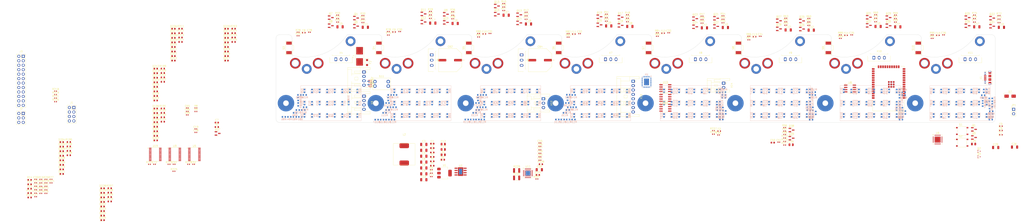
<source format=kicad_pcb>
(kicad_pcb (version 20240108) (generator "pcbnew") (generator_version "8.0")
  (layers (0 "F.Cu" signal) (1 "In1.Cu" power) (2 "In2.Cu" power) (31 "B.Cu" signal) (34 "B.Paste" user) (35 "F.Paste" user) (36 "B.SilkS" user "B.Silkscreen") (37 "F.SilkS" user "F.Silkscreen") (38 "B.Mask" user) (39 "F.Mask" user) (44 "Edge.Cuts" user))
  (net 0 "")
  (net 1 "GND")
  (net 2 "+5V")
  (net 3 "+3V3")
  (net 4 "+24V")
  (net 5 "SW")
  (net 6 "Net-(U2-BOOT)")
  (net 7 "/Power Stage/VCC")
  (net 8 "IO0_BTN")
  (net 9 "VBUS")
  (net 10 "Net-(JP1-A)")
  (net 11 "EN_ESP32")
  (net 12 "Sense_Lock_1")
  (net 13 "Sense_Lock_2")
  (net 14 "Sense_Lock_3")
  (net 15 "Sense_Lock_4")
  (net 16 "Sense_Lock_5")
  (net 17 "Sense_Lock_6")
  (net 18 "Sense_Lock_7")
  (net 19 "Sense_Lock_8")
  (net 20 "Vref")
  (net 21 "Net-(U4-VCAP)")
  (net 22 "Drawer_DAC_VREF")
  (net 23 "Net-(U11-CPO)")
  (net 24 "Net-(U11-CPI)")
  (net 25 "VCP")
  (net 26 "Net-(U11-5VOUT)")
  (net 27 "Sense_Input_Drawer_Closed_1")
  (net 28 "Net-(D1-A)")
  (net 29 "Net-(D2-A)")
  (net 30 "Net-(D3-K)")
  (net 31 "Net-(D3-A)")
  (net 32 "Net-(D4-K)")
  (net 33 "Net-(D5-K)")
  (net 34 "Net-(D6-K)")
  (net 35 "Net-(D8-K)")
  (net 36 "Net-(D10-A)")
  (net 37 "Net-(D10-K)")
  (net 38 "LED_Out_0")
  (net 39 "Net-(D12-A)")
  (net 40 "Net-(D12-K)")
  (net 41 "Net-(D13-K)")
  (net 42 "Net-(D14-K)")
  (net 43 "Net-(D15-K)")
  (net 44 "Net-(D16-K)")
  (net 45 "Net-(D17-K)")
  (net 46 "Net-(D18-K)")
  (net 47 "LED_Out_1")
  (net 48 "Net-(D20-K)")
  (net 49 "Net-(D20-A)")
  (net 50 "Net-(D21-K)")
  (net 51 "Net-(D22-K)")
  (net 52 "Net-(D23-K)")
  (net 53 "Net-(D24-K)")
  (net 54 "Net-(D25-K)")
  (net 55 "Net-(D26-K)")
  (net 56 "LED_Out_2")
  (net 57 "Net-(D28-A)")
  (net 58 "Net-(D28-K)")
  (net 59 "Net-(D29-K)")
  (net 60 "Net-(D30-K)")
  (net 61 "Net-(D31-K)")
  (net 62 "Net-(D32-K)")
  (net 63 "Net-(D33-K)")
  (net 64 "Net-(D34-K)")
  (net 65 "LED_Out_3")
  (net 66 "Net-(D36-K)")
  (net 67 "Net-(D36-A)")
  (net 68 "Net-(D37-K)")
  (net 69 "Net-(D38-K)")
  (net 70 "Net-(D39-K)")
  (net 71 "Net-(D40-K)")
  (net 72 "Net-(D41-K)")
  (net 73 "Net-(D42-K)")
  (net 74 "LED_Out_4")
  (net 75 "Net-(D44-K)")
  (net 76 "Net-(D44-A)")
  (net 77 "Net-(D45-K)")
  (net 78 "Net-(D46-K)")
  (net 79 "Net-(D47-K)")
  (net 80 "Net-(D48-K)")
  (net 81 "Net-(D49-K)")
  (net 82 "Net-(D50-K)")
  (net 83 "LED_Out_5")
  (net 84 "Net-(D52-A)")
  (net 85 "Net-(D52-K)")
  (net 86 "Net-(D53-K)")
  (net 87 "Net-(D54-K)")
  (net 88 "Net-(D55-K)")
  (net 89 "Net-(D56-K)")
  (net 90 "Net-(D57-K)")
  (net 91 "Net-(D58-K)")
  (net 92 "LED_Out_6")
  (net 93 "Net-(D60-A)")
  (net 94 "Net-(D60-K)")
  (net 95 "Net-(D61-K)")
  (net 96 "Net-(D62-K)")
  (net 97 "Net-(D63-K)")
  (net 98 "Net-(D64-K)")
  (net 99 "Net-(D65-K)")
  (net 100 "Net-(D66-K)")
  (net 101 "LED_Out_7")
  (net 102 "Net-(D68-A)")
  (net 103 "Net-(D68-K)")
  (net 104 "Net-(D69-K)")
  (net 105 "Net-(D70-K)")
  (net 106 "Net-(D71-K)")
  (net 107 "Net-(D72-K)")
  (net 108 "Net-(D73-K)")
  (net 109 "Net-(D74-K)")
  (net 110 "LED_Out_8")
  (net 111 "Net-(D76-K)")
  (net 112 "Net-(D76-A)")
  (net 113 "Net-(D77-K)")
  (net 114 "Net-(D78-K)")
  (net 115 "Net-(D79-K)")
  (net 116 "Net-(D80-K)")
  (net 117 "Net-(D81-K)")
  (net 118 "Net-(D82-K)")
  (net 119 "LED_Out_9")
  (net 120 "Net-(D84-A)")
  (net 121 "Net-(D84-K)")
  (net 122 "Net-(D85-K)")
  (net 123 "Net-(D86-K)")
  (net 124 "Net-(D87-K)")
  (net 125 "Net-(D88-K)")
  (net 126 "Net-(D89-K)")
  (net 127 "Net-(D90-K)")
  (net 128 "LED_Out_10")
  (net 129 "Net-(D92-A)")
  (net 130 "Net-(D92-K)")
  (net 131 "Net-(D93-K)")
  (net 132 "Net-(D94-K)")
  (net 133 "Net-(D95-K)")
  (net 134 "Net-(D96-K)")
  (net 135 "Net-(D97-K)")
  (net 136 "Net-(D98-K)")
  (net 137 "LED_Out_11")
  (net 138 "Net-(D100-K)")
  (net 139 "Net-(D100-A)")
  (net 140 "Net-(D101-K)")
  (net 141 "Net-(D102-K)")
  (net 142 "Net-(D103-K)")
  (net 143 "Net-(D104-K)")
  (net 144 "Net-(D105-K)")
  (net 145 "Net-(D106-K)")
  (net 146 "LED_Out_12")
  (net 147 "Net-(D108-A)")
  (net 148 "Net-(D108-K)")
  (net 149 "Net-(D109-K)")
  (net 150 "Net-(D110-K)")
  (net 151 "Net-(D111-K)")
  (net 152 "Net-(D112-K)")
  (net 153 "Net-(D113-K)")
  (net 154 "Net-(D114-K)")
  (net 155 "LED_Out_13")
  (net 156 "Net-(D116-K)")
  (net 157 "Net-(D116-A)")
  (net 158 "Net-(D117-K)")
  (net 159 "Net-(D118-K)")
  (net 160 "Net-(D119-K)")
  (net 161 "Net-(D120-K)")
  (net 162 "Net-(D121-K)")
  (net 163 "Net-(D122-K)")
  (net 164 "LED_Out_14")
  (net 165 "Net-(D124-A)")
  (net 166 "Net-(D124-K)")
  (net 167 "Net-(D125-K)")
  (net 168 "Net-(D126-K)")
  (net 169 "Net-(D127-K)")
  (net 170 "Net-(D128-K)")
  (net 171 "Net-(D129-K)")
  (net 172 "Net-(D130-K)")
  (net 173 "LED_Out_15")
  (net 174 "Net-(D132-A)")
  (net 175 "Net-(D132-K)")
  (net 176 "Net-(D133-K)")
  (net 177 "Net-(D134-K)")
  (net 178 "Net-(D135-K)")
  (net 179 "Net-(D136-K)")
  (net 180 "Net-(D137-K)")
  (net 181 "Net-(D138-K)")
  (net 182 "LED_Out_16")
  (net 183 "Net-(D140-K)")
  (net 184 "Net-(D140-A)")
  (net 185 "Net-(D141-K)")
  (net 186 "Net-(D142-K)")
  (net 187 "Net-(D143-K)")
  (net 188 "Net-(D144-K)")
  (net 189 "Net-(D145-K)")
  (net 190 "Net-(D146-K)")
  (net 191 "LED_Out_17")
  (net 192 "Net-(D148-A)")
  (net 193 "Net-(D148-K)")
  (net 194 "Net-(D149-K)")
  (net 195 "Net-(D150-K)")
  (net 196 "Net-(D151-K)")
  (net 197 "Net-(D152-K)")
  (net 198 "Net-(D153-K)")
  (net 199 "Net-(D154-K)")
  (net 200 "LED_Out_18")
  (net 201 "Net-(D156-A)")
  (net 202 "Net-(D156-K)")
  (net 203 "Net-(D157-K)")
  (net 204 "Net-(D158-K)")
  (net 205 "Net-(D159-K)")
  (net 206 "Net-(D160-K)")
  (net 207 "Net-(D161-K)")
  (net 208 "Net-(D162-K)")
  (net 209 "LED_Out_19")
  (net 210 "Net-(D164-K)")
  (net 211 "Net-(D164-A)")
  (net 212 "Net-(D165-K)")
  (net 213 "Net-(D166-K)")
  (net 214 "Net-(D167-K)")
  (net 215 "Net-(D168-K)")
  (net 216 "Net-(D169-K)")
  (net 217 "Net-(D170-K)")
  (net 218 "LED_Out_20")
  (net 219 "Net-(D172-A)")
  (net 220 "Net-(D172-K)")
  (net 221 "Net-(D173-K)")
  (net 222 "Net-(D174-K)")
  (net 223 "Net-(D175-K)")
  (net 224 "Net-(D176-K)")
  (net 225 "Net-(D177-K)")
  (net 226 "Net-(D178-K)")
  (net 227 "LED_Out_21")
  (net 228 "Net-(D180-K)")
  (net 229 "Net-(D180-A)")
  (net 230 "Net-(D181-K)")
  (net 231 "Net-(D182-K)")
  (net 232 "Net-(D183-K)")
  (net 233 "Net-(D184-K)")
  (net 234 "Net-(D185-K)")
  (net 235 "Net-(D186-K)")
  (net 236 "LED_Out_22")
  (net 237 "Net-(D188-K)")
  (net 238 "Net-(D188-A)")
  (net 239 "Net-(D189-K)")
  (net 240 "Net-(D190-K)")
  (net 241 "Net-(D191-K)")
  (net 242 "Net-(D192-K)")
  (net 243 "Net-(D193-K)")
  (net 244 "Net-(D194-K)")
  (net 245 "LED_Out_23")
  (net 246 "Net-(D196-K)")
  (net 247 "Net-(D196-A)")
  (net 248 "Net-(D197-K)")
  (net 249 "Net-(D198-K)")
  (net 250 "Net-(D199-K)")
  (net 251 "Net-(D200-K)")
  (net 252 "Net-(D201-K)")
  (net 253 "Net-(D202-K)")
  (net 254 "LED_Out_24")
  (net 255 "Net-(D204-K)")
  (net 256 "Net-(D204-A)")
  (net 257 "Net-(D205-K)")
  (net 258 "Net-(D206-K)")
  (net 259 "Net-(D207-K)")
  (net 260 "Net-(D208-K)")
  (net 261 "Net-(D209-K)")
  (net 262 "Net-(D210-K)")
  (net 263 "LED_Out_25")
  (net 264 "Net-(D212-K)")
  (net 265 "Net-(D212-A)")
  (net 266 "Net-(D213-K)")
  (net 267 "Net-(D214-K)")
  (net 268 "Net-(D215-K)")
  (net 269 "Net-(D216-K)")
  (net 270 "Net-(D217-K)")
  (net 271 "Net-(D218-K)")
  (net 272 "LED_Out_26")
  (net 273 "Net-(D220-A)")
  (net 274 "Net-(D220-K)")
  (net 275 "Net-(D221-K)")
  (net 276 "Net-(D222-K)")
  (net 277 "Net-(D223-K)")
  (net 278 "Net-(D224-K)")
  (net 279 "Net-(D225-K)")
  (net 280 "Net-(D226-K)")
  (net 281 "LED_Out_27")
  (net 282 "Net-(D228-A)")
  (net 283 "Net-(D228-K)")
  (net 284 "Net-(D229-K)")
  (net 285 "Net-(D230-K)")
  (net 286 "Net-(D231-K)")
  (net 287 "Net-(D232-K)")
  (net 288 "Net-(D233-K)")
  (net 289 "Net-(D234-K)")
  (net 290 "LED_Out_28")
  (net 291 "Net-(D236-A)")
  (net 292 "Net-(D236-K)")
  (net 293 "Net-(D237-K)")
  (net 294 "Net-(D238-K)")
  (net 295 "Net-(D239-K)")
  (net 296 "Net-(D240-K)")
  (net 297 "Net-(D241-K)")
  (net 298 "Net-(D242-K)")
  (net 299 "LED_Out_29")
  (net 300 "Net-(D244-A)")
  (net 301 "VBUS_24V")
  (net 302 "/Ext_Switch_Sensing_Drawer_1/Switch")
  (net 303 "USB_D+")
  (net 304 "USB_D-")
  (net 305 "Net-(F8-A2)")
  (net 306 "Net-(F9-A2)")
  (net 307 "Net-(F10-A2)")
  (net 308 "Net-(F11-A2)")
  (net 309 "Net-(F12-A2)")
  (net 310 "Net-(F13-A2)")
  (net 311 "Net-(F14-A2)")
  (net 312 "Net-(F15-A2)")
  (net 313 "SPI_SO")
  (net 314 "SPI_CS")
  (net 315 "SPI_SI")
  (net 316 "SPI_SCK")
  (net 317 "JTAG_TDO")
  (net 318 "JTAG_TCK")
  (net 319 "JTAG_TMS")
  (net 320 "JTAG_TDI")
  (net 321 "pe_2_IO1_4")
  (net 322 "pe_2_IO1_5")
  (net 323 "pe_2_IO1_2")
  (net 324 "pe_2_IO1_6")
  (net 325 "pe_1_IO1_3")
  (net 326 "pe_2_IO1_3")
  (net 327 "pe_1_IO1_4")
  (net 328 "pe_1_IO1_5")
  (net 329 "pe_1_IO1_6")
  (net 330 "pe_2_IO1_7")
  (net 331 "pe_1_IO1_7")
  (net 332 "pe_2_IO1_1")
  (net 333 "DTR")
  (net 334 "Net-(Q1-B)")
  (net 335 "Net-(Q4-G)")
  (net 336 "Net-(Q4-D)")
  (net 337 "Net-(Q5-B)")
  (net 338 "RTS")
  (net 339 "Lock_1_VDD_Open")
  (net 340 "Net-(Q7-G)")
  (net 341 "Net-(Q7-D)")
  (net 342 "Lock_1_VDD_Close")
  (net 343 "Net-(Q10-G)")
  (net 344 "Net-(Q9-G)")
  (net 345 "Lock_2_VDD_Open")
  (net 346 "Net-(Q11-G)")
  (net 347 "Net-(Q11-D)")
  (net 348 "Lock_2_VDD_Close")
  (net 349 "Net-(Q13-D)")
  (net 350 "Net-(Q13-G)")
  (net 351 "Lock_3_VDD_Open")
  (net 352 "Net-(Q15-D)")
  (net 353 "Net-(Q15-G)")
  (net 354 "Lock_3_VDD_Close")
  (net 355 "Net-(Q17-G)")
  (net 356 "Net-(Q17-D)")
  (net 357 "Lock_4_VDD_Open")
  (net 358 "Net-(Q19-D)")
  (net 359 "Net-(Q19-G)")
  (net 360 "Lock_4_VDD_Close")
  (net 361 "Net-(Q21-D)")
  (net 362 "Net-(Q21-G)")
  (net 363 "Lock_5_VDD_Open")
  (net 364 "Net-(Q23-D)")
  (net 365 "Net-(Q23-G)")
  (net 366 "Lock_5_VDD_Close")
  (net 367 "Net-(Q25-D)")
  (net 368 "Net-(Q25-G)")
  (net 369 "Lock_6_VDD_Open")
  (net 370 "Net-(Q27-D)")
  (net 371 "Net-(Q27-G)")
  (net 372 "Lock_6_VDD_Close")
  (net 373 "Net-(Q29-D)")
  (net 374 "Net-(Q29-G)")
  (net 375 "Lock_7_VDD_Open")
  (net 376 "Net-(Q31-G)")
  (net 377 "Net-(Q31-D)")
  (net 378 "Lock_7_VDD_Close")
  (net 379 "Net-(Q33-G)")
  (net 380 "Net-(Q33-D)")
  (net 381 "Lock_8_VDD_Open")
  (net 382 "Net-(Q35-G)")
  (net 383 "Net-(Q35-D)")
  (net 384 "Lock_8_VDD_Close")
  (net 385 "Net-(Q37-G)")
  (net 386 "Net-(Q37-D)")
  (net 387 "Net-(Q38-G)")
  (net 388 "Net-(Q38-D)")
  (net 389 "/LED_Control/8xLED_White/LED_VCC")
  (net 390 "FB")
  (net 391 "/Power Stage/PG")
  (net 392 "CAN_EN_High_Speed_Mode")
  (net 393 "CAN+")
  (net 394 "Net-(R10-Pad2)")
  (net 395 "Net-(R12-Pad1)")
  (net 396 "CAN-")
  (net 397 "TXD")
  (net 398 "RXD0")
  (net 399 "Net-(U6-~{RST})")
  (net 400 "Net-(U6-VBUS)")
  (net 401 "Net-(R18-Pad2)")
  (net 402 "Net-(R21-Pad2)")
  (net 403 "IO27")
  (net 404 "IO0")
  (net 405 "RXD")
  (net 406 "TXD0")
  (net 407 "Net-(U6-~{SUSPEND})")
  (net 408 "Lock_1_Open_Control")
  (net 409 "Lock_1_Close_Control")
  (net 410 "Lock_2_Open_Control")
  (net 411 "Lock_2_Close_Control")
  (net 412 "Lock_3_Open_Control")
  (net 413 "Lock_3_Close_Control")
  (net 414 "Lock_4_Open_Control")
  (net 415 "Lock_4_Close_Control")
  (net 416 "Lock_5_Open_Control")
  (net 417 "Lock_5_Close_Control")
  (net 418 "Lock_6_Open_Control")
  (net 419 "Lock_6_Close_Control")
  (net 420 "Lock_7_Open_Control")
  (net 421 "Lock_7_Close_Control")
  (net 422 "Lock_8_Open_Control")
  (net 423 "Lock_8_Close_Control")
  (net 424 "Net-(R92-Pad1)")
  (net 425 "Net-(R93-Pad1)")
  (net 426 "Net-(R94-Pad1)")
  (net 427 "Enable_LED_VDD")
  (net 428 "Net-(R100-Pad1)")
  (net 429 "Net-(R100-Pad2)")
  (net 430 "Net-(R101-Pad2)")
  (net 431 "Net-(R103-Pad2)")
  (net 432 "Net-(R104-Pad2)")
  (net 433 "Net-(R105-Pad2)")
  (net 434 "Net-(R107-Pad2)")
  (net 435 "Net-(R108-Pad2)")
  (net 436 "Net-(R109-Pad2)")
  (net 437 "Net-(R111-Pad2)")
  (net 438 "Net-(R112-Pad2)")
  (net 439 "Net-(R113-Pad2)")
  (net 440 "Net-(R115-Pad2)")
  (net 441 "Net-(R116-Pad2)")
  (net 442 "Net-(R117-Pad2)")
  (net 443 "Net-(R119-Pad2)")
  (net 444 "Net-(R120-Pad2)")
  (net 445 "Net-(R121-Pad2)")
  (net 446 "Net-(R123-Pad2)")
  (net 447 "Net-(R124-Pad2)")
  (net 448 "Net-(R125-Pad2)")
  (net 449 "Net-(R127-Pad2)")
  (net 450 "Net-(R128-Pad2)")
  (net 451 "Net-(R129-Pad2)")
  (net 452 "Net-(R131-Pad2)")
  (net 453 "Net-(R132-Pad2)")
  (net 454 "Net-(R133-Pad2)")
  (net 455 "Net-(R135-Pad2)")
  (net 456 "Net-(R136-Pad2)")
  (net 457 "Net-(R137-Pad2)")
  (net 458 "Net-(R139-Pad2)")
  (net 459 "Net-(R140-Pad2)")
  (net 460 "Net-(R141-Pad2)")
  (net 461 "Net-(R143-Pad2)")
  (net 462 "Net-(R144-Pad2)")
  (net 463 "Net-(R145-Pad2)")
  (net 464 "Net-(R147-Pad2)")
  (net 465 "Net-(R148-Pad2)")
  (net 466 "Net-(R149-Pad2)")
  (net 467 "Net-(R151-Pad2)")
  (net 468 "Net-(R152-Pad2)")
  (net 469 "Net-(R153-Pad2)")
  (net 470 "Net-(R155-Pad2)")
  (net 471 "Net-(R156-Pad2)")
  (net 472 "Net-(R157-Pad2)")
  (net 473 "Net-(R159-Pad2)")
  (net 474 "Net-(R160-Pad2)")
  (net 475 "Net-(R161-Pad2)")
  (net 476 "Net-(R163-Pad2)")
  (net 477 "Net-(R164-Pad2)")
  (net 478 "Net-(R165-Pad2)")
  (net 479 "Net-(R167-Pad2)")
  (net 480 "Net-(R168-Pad2)")
  (net 481 "Net-(R169-Pad2)")
  (net 482 "Net-(R171-Pad2)")
  (net 483 "Net-(R172-Pad2)")
  (net 484 "Net-(R173-Pad2)")
  (net 485 "Net-(R175-Pad2)")
  (net 486 "Net-(R176-Pad2)")
  (net 487 "Net-(R177-Pad2)")
  (net 488 "Net-(R179-Pad2)")
  (net 489 "Net-(R180-Pad2)")
  (net 490 "Net-(R181-Pad2)")
  (net 491 "Net-(R183-Pad2)")
  (net 492 "Net-(R184-Pad2)")
  (net 493 "Net-(R185-Pad2)")
  (net 494 "Net-(R187-Pad2)")
  (net 495 "Net-(R188-Pad2)")
  (net 496 "Net-(R189-Pad2)")
  (net 497 "Net-(R191-Pad2)")
  (net 498 "Net-(R192-Pad2)")
  (net 499 "Net-(R193-Pad2)")
  (net 500 "Net-(R195-Pad2)")
  (net 501 "Net-(R196-Pad2)")
  (net 502 "Net-(R197-Pad2)")
  (net 503 "Net-(R199-Pad2)")
  (net 504 "Net-(R200-Pad2)")
  (net 505 "Net-(R201-Pad2)")
  (net 506 "Net-(R203-Pad2)")
  (net 507 "Net-(R204-Pad2)")
  (net 508 "Net-(R205-Pad2)")
  (net 509 "Net-(R207-Pad2)")
  (net 510 "Net-(R208-Pad2)")
  (net 511 "Net-(R209-Pad2)")
  (net 512 "Net-(R211-Pad2)")
  (net 513 "Net-(R212-Pad2)")
  (net 514 "Net-(R213-Pad2)")
  (net 515 "Net-(U4-IREF)")
  (net 516 "Net-(R216-Pad2)")
  (net 517 "ADDR0")
  (net 518 "ADDR1")
  (net 519 "pe_1_~INT")
  (net 520 "SCL")
  (net 521 "SDA")
  (net 522 "pe_2_~INT")
  (net 523 "A0")
  (net 524 "A1")
  (net 525 "Drawer_1_~EN_TMC2209")
  (net 526 "Drawer_1_DIAG")
  (net 527 "BRA")
  (net 528 "BRB")
  (net 529 "UART2_RX")
  (net 530 "IO17_UART2_TX")
  (net 531 "LED_D_in")
  (net 532 "/LED_Din")
  (net 533 "pe_0_~INT")
  (net 556 "Drawer_1_Encoder_A")
  (net 558 "TWAI_TX")
  (net 560 "TWAI_RX")
  (net 563 "Drawer_1_Encoder_B")
  (net 567 "Drawer_1_SPREAD")
  (net 568 "Drawer_1_INDEX")
  (net 569 "Drawer_1_DIR")
  (net 570 "Drawer_1_STEP")
  (net 571 "Drawer_1_Encoder_N")
  (net 572 "Drawer_1_STDBY_TMC2209")
  (net 573 "Drawer_1_OA2")
  (net 574 "Drawer_1_OB2")
  (net 575 "Drawer_1_OB1")
  (net 576 "Drawer_1_OA1")
  (net 578 "Drawer_1_A+")
  (net 580 "Drawer_1_A-")
  (net 581 "Drawer_1_B-")
  (net 583 "Drawer_1_B+")
  (net 584 "Drawer_1_N-")
  (net 586 "Drawer_1_N+")
  (footprint "Resistor_SMD:R_0402_1005Metric" (layer "F.Cu") (at 322.8375 14.725)
    (property "Reference" "R62")
    (property "Value" "10K")
  )
  (footprint "Capacitor_SMD:C_0603_1608Metric" (layer "F.Cu") (at 108.83 84.59)
    (property "Reference" "C2")
    (property "Value" "10uF_25V")
  )
  (footprint "Capacitor_SMD:C_1206_3216Metric" (layer "F.Cu") (at 169.65 96.925)
    (property "Reference" "C58")
    (property "Value" "4u7_50V")
  )
  (footprint "MountingHole:MountingHole_3.2mm_M3_DIN965_Pad_TopBottom" (layer "F.Cu") (at 113.5 23.7)
    (property "Reference" "H4" (hide yes))
    (property "Value" "MountingHole")
  )
  (footprint "Capacitor_SMD:C_1206_3216Metric" (layer "F.Cu") (at 70.76 15.76)
    (property "Reference" "C14")
    (property "Value" "22uF_25V")
  )
  (footprint "Resistor_SMD:R_0402_1005Metric" (layer "F.Cu") (at 168.28 102.185)
    (property "Reference" "R227")
    (property "Value" "100K")
  )
  (footprint "Package_SO:TSSOP-24_4.4x7.8mm_P0.65mm" (layer "F.Cu") (at -26.39 88.16)
    (property "Reference" "U5")
    (property "Value" "PCA9535PW,118")
  )
  (footprint "Capacitor_SMD:C_1206_3216Metric" (layer "F.Cu") (at 104 85.85)
    (property "Reference" "C4")
    (property "Value" "4u7_50V")
  )
  (footprint "Resistor_SMD:R_0402_1005Metric" (layer "F.Cu") (at -113.695 108.4)
    (property "Reference" "R18")
    (property "Value" "47K")
  )
  (footprint "LED_SMD:LED_0603_1608Metric" (layer "F.Cu") (at -48.325 41.93)
    (property "Reference" "D213")
    (property "Value" "White")
  )
  (footprint "Robast:SW_TS-1187" (layer "F.Cu") (at 410 81.5)
    (property "Reference" "S2")
    (property "Value" "TS-1187A-B-A-B")
  )
  (footprint "LED_SMD:LED_0603_1608Metric" (layer "F.Cu") (at -101.755 81.18)
    (property "Reference" "D204")
    (property "Value" "White")
  )
  (footprint "Resistor_SMD:R_0603_1608Metric" (layer "F.Cu") (at -97.745 81.14)
    (property "Reference" "R195")
    (property "Value" "10")
  )
  (footprint "Package_TO_SOT_SMD:SOT-23" (layer "F.Cu") (at 413.0375 14.875)
    (property "Reference" "Q36")
    (property "Value" "AO3401A")
  )
  (footprint "Capacitor_SMD:C_1206_3216Metric" (layer "F.Cu") (at 324.2075 17.395)
    (property "Reference" "C42")
    (property "Value" "22uF_25V")
  )
  (footprint "Resistor_SMD:R_0402_1005Metric" (layer "F.Cu") (at 236.74 20.9)
    (property "Reference" "R85")
    (property "Value" "100K")
  )
  (footprint "Package_TO_SOT_SMD:SOT-23" (layer "F.Cu") (at 368.13 10.255)
    (property "Reference" "Q29")
    (property "Value" "AO3400A")
  )
  (footprint "Resistor_SMD:R_0402_1005Metric" (layer "F.Cu") (at 74 46.49 -90)
    (property "Reference" "R11")
    (property "Value" "120")
  )
  (footprint "Capacitor_SMD:C_1206_3216Metric" (layer "F.Cu") (at 104 95.9)
    (property "Reference" "C8")
    (property "Value" "22uF_25V")
  )
  (footprint "Package_TO_SOT_SMD:SOT-23" (layer "F.Cu") (at 356.9375 14.675)
    (property "Reference" "Q32")
    (property "Value" "AO3401A")
  )
  (footprint "Capacitor_SMD:C_0402_1005Metric" (layer "F.Cu") (at -25.555 75.66)
    (property "Reference" "C48")
    (property "Value" "100n_50V")
  )
  (footprint "Capacitor_SMD:C_1206_3216Metric" (layer "F.Cu") (at 221.1075 15.295)
    (property "Reference" "C38")
    (property "Value" "22uF_25V")
  )
  (footprint "Resistor_SMD:R_0402_1005Metric" (layer "F.Cu") (at 309.11 74.9)
    (property "Reference" "R97")
    (property "Value" "10K")
  )
  (footprint "LED_SMD:LED_0603_1608Metric" (layer "F.Cu") (at -48.325 44.52)
    (property "Reference" "D214")
    (property "Value" "White")
  )
  (footprint "Package_TO_SOT_SMD:SOT-23" (layer "F.Cu") (at 413.0375 10.25)
    (property "Reference" "Q35")
    (property "Value" "AO3400A")
  )
  (footprint "Resistor_SMD:R_1210_3225Metric" (layer "F.Cu") (at 156.77 101.565)
    (property "Reference" "R230")
    (property "Value" "330m")
  )
  (footprint "Robast:MountingHole_4mm_Pad_6.15mm_TopOnly" (layer "F.Cu") (at 388.6 36.26)
    (property "Reference" "H31" (hide yes))
    (property "Value" "MountingHole")
  )
  (footprint "Robast:SW_TS-1187" (layer "F.Cu") (at 410 74.85)
    (property "Reference" "S1")
    (property "Value" "TS-1187A-B-A-B")
  )
  (footprint "LED_SMD:LED_0603_1608Metric" (layer "F.Cu") (at -48.325 47.11)
    (property "Reference" "D215")
    (property "Value" "White")
  )
  (footprint "Resistor_SMD:R_0603_1608Metric" (layer "F.Cu") (at -4.075 19.09)
    (property "Reference" "R204")
    (property "Value" "10")
  )
  (footprint "MountingHole:MountingHole_3.2mm_M3_DIN965_Pad_TopBottom" (layer "F.Cu") (at 190.74 39.47)
    (property "Reference" "H7" (hide yes))
    (property "Value" "MountingHole")
  )
  (footprint "Robast:MountingHole_3.2mm_M3_Pad_Top_6.4mm_Bottom_9.4mm" (layer "F.Cu") (at 383.3 59)
    (property "Reference" "H39" (hide yes))
    (property "Value" "MountingHole")
  )
  (footprint "Capacitor_SMD:C_1206_3216Metric" (layer "F.Cu") (at 121.825 13.6)
    (property "Reference" "C16")
    (property "Value" "22uF_25V")
  )
  (footprint "Resistor_SMD:R_0402_1005Metric" (layer "F.Cu") (at 120.455 10.93)
    (property "Reference" "R38")
    (property "Value" "10K")
  )
  (footprint "Capacitor_SMD:C_0603_1608Metric" (layer "F.Cu") (at 302.35 81.48)
    (property "Reference" "C50")
    (property "Value" "10uF_25V")
  )
  (footprint "Package_TO_SOT_SMD:SOT-23" (layer "F.Cu") (at 305.8375 12.05)
    (property "Reference" "Q27")
    (property "Value" "AO3400A")
  )
  (footprint "Capacitor_SMD:C_1206_3216Metric" (layer "F.Cu") (at 150.8075 8.895)
    (property "Reference" "C37")
    (property "Value" "22uF_25V")
  )
  (footprint "Package_TO_SOT_SMD:SOT-523" (layer "F.Cu") (at 419.61 86.4)
    (property "Reference" "Q2")
    (property "Value" "2N7002T-7-F")
  )
  (footprint "Package_TO_SOT_SMD:SOT-23" (layer "F.Cu") (at 270.1375 10.65)
    (property "Reference" "Q21")
    (property "Value" "AO3400A")
  )
  (footprint "Capacitor_SMD:C_0402_1005Metric" (layer "F.Cu") (at -116.585 102.42)
    (property "Reference" "C20")
    (property "Value" "100n_50V")
  )
  (footprint "Resistor_SMD:R_0402_1005Metric" (layer "F.Cu") (at 32.54 20.6)
    (property "Reference" "R29")
    (property "Value" "100K")
  )
  (footprint "Robast:ESP32-WROOM-32E" (layer "F.Cu") (at 368.2 50.76 180)
    (property "Reference" "U7")
    (property "Value" "ESP32-WROOM-32E-N8")
  )
  (footprint "Diode_SMD:D_SOD-523" (layer "F.Cu") (at 189.315 19.64)
    (property "Reference" "F11")
    (property "Value" "LESD5D5.0CT1G")
  )
  (footprint "Capacitor_SMD:C_0402_1005Metric" (layer "F.Cu") (at 192.52 19.4)
    (property "Reference" "C32")
    (property "Value" "100n_50V")
  )
  (footprint "Resistor_SMD:R_0603_1608Metric" (layer "F.Cu") (at -44.315 46.83)
    (property "Reference" "R202")
    (property "Value" "10")
  )
  (footprint "Package_TO_SOT_SMD:SOT-23" (layer "F.Cu") (at 158.2375 13.275)
    (property "Reference" "Q14")
    (property "Value" "AO3401A")
  )
  (footprint "Resistor_SMD:R_0402_1005Metric" (layer "F.Cu") (at 309.11 80.87)
    (property "Reference" "R216")
    (property "Value" "2K2")
  )
  (footprint "Robast:Switch_KSS_Side_Actuated" (layer "F.Cu") (at 385.03 27.5 90)
    (property "Reference" "S10")
    (property "Value" "KSS321G")
  )
  (footprint "Capacitor_SMD:C_0402_1005Metric" (layer "F.Cu") (at 170 91.535)
    (property "Reference" "C61")
    (property "Value" "100n_50V")
  )
  (footprint "Package_TO_SOT_SMD:SOT-23" (layer "F.Cu") (at 427.0375 15.175)
    (property "Reference" "Q34")
    (property "Value" "AO3401A")
  )
  (footprint "Capacitor_SMD:C_0402_1005Metric" (layer "F.Cu") (at -30.425 61.75)
    (property "Reference" "C65")
    (property "Value" "100n_50V")
  )
  (footprint "Package_SO:TSSOP-24_4.4x7.8mm_P0.65mm" (layer "F.Cu") (at -48.63 88.16)
    (property "Reference" "U19")
    (property "Value" "PCA9535PW,118")
  )
  (footprint "Robast:MountingHole_3.2mm_M3_Pad_Top_6.4mm_Bottom_9.4mm" (layer "F.Cu") (at 178.94 59)
    (property "Reference" "H35" (hide yes))
    (property "Value" "MountingHole")
  )
  (footprint "Package_TO_SOT_SMD:SOT-23" (layer "F.Cu") (at 356.9375 10.05)
    (property "Reference" "Q31")
    (property "Value" "AO3400A")
  )
  (footprint "Resistor_SMD:R_0603_1608Metric" (layer "F.Cu") (at -44.315 41.81)
    (property "Reference" "R200")
    (property "Value" "10")
  )
  (footprint "Robast:MountingHole_4mm_Pad_6.15mm_TopOnly" (layer "F.Cu") (at 82.06 36.26)
    (property "Reference" "H19" (hide yes))
    (property "Value" "MountingHole")
  )
  (footprint "Package_TO_SOT_SMD:SOT-23" (layer "F.Cu") (at 318.9375 16.775)
    (property "Reference" "Q26")
    (property "Value" "AO3401A")
  )
  (footprint "Package_TO_SOT_SMD:SOT-23" (layer "F.Cu") (at 258.2375 15.475)
    (property "Reference" "Q24")
    (property "Value" "AO3401A")
  )
  (footprint "Resistor_SMD:R_0402_1005Metric" (layer "F.Cu") (at 430.9375 13.125)
    (property "Reference" "R74")
    (property "Value" "10K")
  )
  (footprint "Capacitor_SMD:C_1206_3216Metric" (layer "F.Cu") (at 373.4 15.5)
    (property "Reference" "C44")
    (property "Value" "22uF_25V")
  )
  (footprint "Resistor_SMD:R_0402_1005Metric" (layer "F.Cu") (at -113.695 106.41)
    (property "Reference" "R17")
    (property "Value" "1K")
  )
  (footprint "Package_TO_SOT_SMD:SOT-23" (layer "F.Cu") (at 416.715 73.925)
    (property "Reference" "Q1")
    (property "Value" "SS8050")
  )
  (footprint "Resistor_SMD:R_0402_1005Metric" (layer "F.Cu") (at 207.7375 12.325)
    (property "Reference" "R53")
    (property "Value" "10K")
  )
  (footprint "Resistor_SMD:R_0402_1005Metric" (layer "F.Cu") (at 162.1375 7.245)
    (property "Reference" "R42")
    (property "Value" "100")
  )
  (footprint "Package_TO_SOT_SMD:SOT-23" (layer "F.Cu") (at 258.2375 10.85)
    (property "Reference" "Q23")
    (property "Value" "AO3400A")
  )
  (footprint "Resistor_SMD:R_0402_1005Metric" (layer "F.Cu") (at -110.785 110.39)
    (property "Reference" "R26")
    (property "Value" "100")
  )
  (footprint "LED_SMD:LED_0805_2012Metric" (layer "F.Cu") (at 115.0625 88.39)
    (property "Reference" "D2")
    (property "Value" "Yellow")
  )
  (footprint "Connector_PinSocket_2.54mm:PinSocket_2x04_P2.54mm_Vertical" (layer "F.Cu") (at -94.895 61.5)
    (property "Reference" "J1")
    (property "Value" "Conn_02x04_Counter_Clockwise")
  )
  (footprint "LED_SMD:LED_0603_1608Metric" (layer "F.Cu") (at -78.505 125.63)
    (property "Reference" "D235")
    (property "Value" "White")
  )
  (footprint "Resistor_SMD:R_0402_1005Metric" (layer "F.Cu") (at 430.9375 9.145)
    (property "Reference" "R72")
    (property "Value" "100")
  )
  (footprint "Resistor_SMD:R_0603_1608Metric" (layer "F.Cu") (at -4.075 16.58)
    (property "Reference" "R203")
    (property "Value" "10")
  )
  (footprint "LED_SMD:LED_0603_1608Metric" (layer "F.Cu") (at -48.325 77.6)
    (property "Reference" "D202")
    (property "Value" "White")
  )
  (footprint "LED_SMD:LED_0603_1608Metric" (layer "F.Cu") (at -48.325 54.88)
    (property "Reference" "D218")
    (property "Value" "White")
  )
  (footprint "Package_SO:SOIC-8_3.9x4.9mm_P1.27mm" (layer "F.Cu") (at 241.325 61.595)
    (property "Reference" "U13")
    (property "Value" "SN75176BDR")
  )
  (footprint "Robast:AMPHENOL_USB_Micro_10118194-0001LF" (layer "F.Cu") (at 425.75 44.525 90)
    (property "Reference" "X1")
    (property "Value" "USB-Micro")
  )
  (footprint "Resistor_SMD:R_0402_1005Metric" (layer "F.Cu") (at 55.0375 12.825)
    (property "Reference" "R35")
    (property "Value" "10K")
  )
  (footprint "LED_SMD:LED_0603_1608Metric" (layer "F.Cu") (at -38.265 34.75)
    (property "Reference" "D243")
    (property "Value" "White")
  )
  (footprint "Package_SO:Texas_R-PDSO-G8_EP2.95x4.9mm_Mask2.4x3.1mm_ThermalVias" (layer "F.Cu") (at 124.91 97.98)
    (property "Reference" "U2")
    (property "Value" "LMR33630")
  )
  (footprint "Robast:MountingHole_4mm_Pad_6.15mm_TopOnly" (layer "F.Cu") (at 30.97 36.26)
    (property "Reference" "H17" (hide yes))
    (property "Value" "MountingHole")
  )
  (footprint "Capacitor_SMD:C_1206_3216Metric" (layer "F.Cu") (at 104 82.5)
    (property "Reference" "C3")
    (property "Value" "4u7_50V")
  )
  (footprint "Package_TO_SOT_SMD:SOT-23" (layer "F.Cu") (at 313.01 74.315)
    (property "Reference" "Q38")
    (property "Value" "AO3400A")
  )
  (footprint "Resistor_SMD:R_0402_1005Metric" (layer "F.Cu") (at 430.9375 11.135)
    (property "Reference" "R73")
    (property "Value" "10K")
  )
  (footprint "Diode_SMD:D_SMA" (layer "F.Cu") (at 437.25 55)
    (property "Reference" "D7")
    (property "Value" "SS34")
  )
  (footprint "LED_SMD:LED_0603_1608Metric" (layer "F.Cu") (at -8.085 26.98)
    (property "Reference" "D224")
    (property "Value" "White")
  )
  (footprint "LED_SMD:LED_0603_1608Metric" (layer "F.Cu") (at -78.505 120.45)
    (property "Reference" "D233")
    (property "Value" "White")
  )
  (footprint "Resistor_SMD:R_1210_3225Metric" (layer "F.Cu") (at 156.77 97.355)
    (property "Reference" "R229")
    (property "Value" "330m")
  )
  (footprint "Package_TO_SOT_SMD:SOT-23" (layer "F.Cu") (at 313.01 78.94)
    (property "Reference" "Q39")
    (property "Value" "AO3401A")
  )
  (footprint "Resistor_SMD:R_0402_1005Metric" (layer "F.Cu") (at 309.11 78.88)
    (property "Reference" "R215")
    (property "Value" "100K")
  )
  (footprint "Package_TO_SOT_SMD:SOT-23" (layer "F.Cu") (at 145.5375 3.65)
    (property "Reference" "Q15")
    (property "Value" "AO3400A")
  )
  (footprint "Resistor_SMD:R_0402_1005Metric" (layer "F.Cu") (at 149.4375 4.235)
    (property "Reference" "R46")
    (property "Value" "10K")
  )
  (footprint "Resistor_SMD:R_0402_1005Metric" (layer "F.Cu") (at -29.685 93.83)
    (property "Reference" "R220")
    (property "Value" "10K")
  )
  (footprint "Connector_JST:JST_XA_S04B-XASK-1_1x04_P2.50mm_Horizontal" (layer "F.Cu") (at 70 55 -90)
    (property "Reference" "X3")
    (property "Value" "Conn_01x04_2.5mm_JST_S04B-XASK-1")
  )
  (footprint "Package_TO_SOT_SMD:SOT-23" (layer "F.Cu") (at 145.5375 8.275)
    (property "Reference" "Q16")
    (property "Value" "AO3401A")
  )
  (footprint "Capacitor_SMD:C_0402_1005Metric" (layer "F.Cu") (at 141.62 19.3)
    (property "Reference" "C31")
    (property "Value" "100n_50V")
  )
  (footprint "Connector_JST:JST_XA_S04B-XASK-1_1x04_P2.50mm_Horizontal" (layer "F.Cu") (at 70 41.25 -90)
    (property "Reference" "X2")
    (property "Value" "Conn_01x04_2.5mm_JST_S04B-XASK-1")
  )
  (footprint "Resistor_SMD:R_0402_1005Metric" (layer "F.Cu") (at 309.7375 14.625)
    (property "Reference" "R65")
    (property "Value" "10K")
  )
  (footprint "Resistor_SMD:R_0402_1005Metric" (layer "F.Cu") (at 274.0375 9.245)
    (property "Reference" "R54")
    (property "Value" "100")
  )
  (footprint "Resistor_SMD:R_0402_1005Metric" (layer "F.Cu") (at 107.7375 6.745)
    (property "Reference" "R39")
    (property "Value" "100")
  )
  (footprint "LED_SMD:LED_0603_1608Metric" (layer "F.Cu") (at -48.325 49.7)
    (property "Reference" "D216")
    (property "Value" "White")
  )
  (footprint "Resistor_SMD:R_0402_1005Metric" (layer "F.Cu") (at 72.9 48.75 -90)
    (property "Reference" "R13")
    (property "Value" "120")
  )
  (footprint "Resistor_SMD:R_0402_1005Metric" (layer "F.Cu") (at 416.9375 12.825)
    (property "Reference" "R77")
    (property "Value" "10K")
  )
  (footprint "Resistor_SMD:R_0402_1005Metric" (layer "F.Cu") (at 69.39 13.09)
    (property "Reference" "R32")
    (property "Value" "10K")
  )
  (footprint "Robast:Switch_KSS_Side_Actuated" (layer "F.Cu") (at 333.94 27.5 90)
    (property "Reference" "S9")
    (property "Value" "KSS321G")
  )
  (footprint "Resistor_SMD:R_0402_1005Metric" (layer "F.Cu") (at 107.7375 8.735)
    (property "Reference" "R40")
    (property "Value" "10K")
  )
  (footprint "Resistor_SMD:R_0402_1005Metric" (layer "F.Cu") (at 149.4375 2.245)
    (property "Reference" "R45")
    (property "Value" "100")
  )
  (footprint "Resistor_SMD:R_0402_1005Metric" (layer "F.Cu") (at 309.11 72.91)
    (property "Reference" "R96")
    (property "Value" "100")
  )
  (footprint "Resistor_SMD:R_0402_1005Metric" (layer "F.Cu") (at 55.0375 8.845)
    (property "Reference" "R33")
    (property "Value" "100")
  )
  (footprint "Resistor_SMD:R_0402_1005Metric" (layer "F.Cu") (at 274.0375 11.235)
    (property "Reference" "R55")
    (property "Value" "10K")
  )
  (footprint "Capacitor_SMD:C_0402_1005Metric" (layer "F.Cu") (at -116.585 110.3)
    (property "Reference" "C24")
    (property "Value" "100n_50V")
  )
  (footprint "LED_SMD:LED_0603_1608Metric" (layer "F.Cu") (at -101.755 91.54)
    (property "Reference" "D208")
    (property "Value" "White")
  )
  (footprint "Connector_PinSocket_2.54mm:PinSocket_2x12_P2.54mm_Vertical" (layer "F.Cu") (at -123.645 32.3)
    (property "Reference" "J3")
    (property "Value" "Conn_02x12_Counter_Clockwise")
  )
  (footprint "Resistor_SMD:R_0402_1005Metric" (layer "F.Cu") (at 309.7375 12.635)
    (property "Reference" "R64")
    (property "Value" "10K")
  )
  (footprint "MountingHole:MountingHole_3.2mm_M3_DIN965_Pad_TopBottom" (layer "F.Cu") (at 88.56 39.47)
    (property "Reference" "H3" (hide yes))
    (property "Value" "MountingHole")
  )
  (footprint "Capacitor_SMD:C_1206_3216Metric" (layer "F.Cu") (at 439.775 84)
    (property "Reference" "C26")
    (property "Value" "22uF_25V")
  )
  (footprint "Resistor_SMD:R_0603_1608Metric" (layer "F.Cu") (at -44.315 69.55)
    (property "Reference" "R194")
    (property "Value" "10")
  )
  (footprint "Capacitor_SMD:C_0402_1005Metric" (layer "F.Cu") (at 399.42 20.1)
    (property "Reference" "C36")
    (property "Value" "100n_50V")
  )
  (footprint "LED_SMD:LED_0603_1608Metric" (layer "F.Cu") (at -8.085 24.39)
    (property "Reference" "D223")
    (property "Value" "White")
  )
  (footprint "LED_SMD:LED_0603_1608Metric" (layer "F.Cu") (at -78.505 112.68)
    (property "Reference" "D230")
    (property "Value" "White")
  )
  (footprint "Package_TO_SOT_SMD:SOT-23" (layer "F.Cu") (at 103.8375 12.775)
    (property "Reference" "Q12")
    (property "Value" "AO3401A")
  )
  (footprint "LED_SMD:LED_0603_1608Metric" (layer "F.Cu") (at -8.085 16.62)
    (property "Reference" "D220")
    (property "Value" "White")
  )
  (footprint "Resistor_SMD:R_0402_1005Metric" (layer "F.Cu") (at -113.695 104.42)
    (property "Reference" "R16")
    (property "Value" "10K")
  )
  (footprint "Connector_Molex:Molex_Micro-Fit_3.0_43650-0315_1x03_P3.00mm_Vertical" (layer "F.Cu") (at 309.45 34)
    (property "Reference" "X9")
    (property "Value" "Conn_01x03_3.0mm_Molex_Micro_Fit")
  )
  (footprint "LED_SMD:LED_0603_1608Metric" (layer "F.Cu") (at -78.505 107.5)
    (property "Reference" "D228")
    (property "Value" "White")
  )
  (footprint "Capacitor_SMD:C_0402_1005Metric" (layer "F.Cu") (at -25.555 73.69)
    (property "Reference" "C19")
    (property "Value" "100n_50V")
  )
  (footprint "Resistor_SMD:R_0603_1608Metric" (layer "F.Cu") (at -44.315 62.02)
    (property "Reference" "R191")
    (property "Value" "10")
  )
  (footprint "Capacitor_SMD:C_0402_1005Metric" (layer "F.Cu") (at -116.585 108.33)
    (property "Reference" "C23")
    (property "Value" "100n_50V")
  )
  (footprint "Package_SO:TSSOP-24_4.4x7.8mm_P0.65mm" (layer "F.Cu") (at -37.51 88.16)
    (property "Reference" "U9")
    (property "Value" "PCA9535PW,118")
  )
  (footprint "Resistor_SMD:R_0402_1005Metric" (layer "F.Cu") (at 162.1375 9.235)
    (property "Reference" "R43")
    (property "Value" "10K")
  )
  (footprint "Connector_Molex:Molex_Micro-Fit_3.0_43650-0315_1x03_P3.00mm_Vertical" (layer "F.Cu") (at 411.63 34)
    (property "Reference" "X11")
    (property "Value" "Conn_01x03_3.0mm_Molex_Micro_Fit")
  )
  (footprint "Package_TO_SOT_SMD:SOT-23" (layer "F.Cu") (at -13.185 76.235)
    (property "Reference" "Q37")
    (property "Value" "AO3400A")
  )
  (footprint "Package_TO_SOT_SMD:SOT-523" (layer "F.Cu") (at 419.61 89.55)
    (property "Reference" "Q3")
    (property "Value" "2N7002T-7-F")
  )
  (footprint "LED_SMD:LED_0603_1608Metric" (layer "F.Cu") (at -78.505 115.27)
    (property "Reference" "D231")
    (property "Value" "White")
  )
  (footprint "LED_SMD:LED_0603_1608Metric" (layer "F.Cu") (at -38.265 29.57)
    (property "Reference" "D241")
    (property "Value" "White")
  )
  (footprint "LED_SMD:LED_0603_1608Metric" (layer "F.Cu") (at -101.755 83.77)
    (property "Reference" "D205")
    (property "Value" "White")
  )
  (footprint "Package_TO_SOT_SMD:SOT-23" (layer "F.Cu") (at 116.555 12.98)
    (property "Reference" "Q10")
    (property "Value" "AO3401A")
  )
  (footprint "Resistor_SMD:R_0402_1005Metric" (layer "F.Cu") (at 274.0375 13.225)
    (property "Reference" "R56")
    (property "Value" "10K")
  )
  (footprint "Resistor_SMD:R_0402_1005Metric" (layer "F.Cu") (at -107.875 102.43)
    (property "Reference" "R27")
    (property "Value" "10K")
  )
  (footprint "Resistor_SMD:R_0603_1608Metric" (layer "F.Cu") (at -120.025 107.71)
    (property "Reference" "R25")
    (property "Value" "0")
  )
  (footprint "Capacitor_SMD:C_1206_3216Metric" (layer "F.Cu") (at 104 102.6)
    (property "Reference" "C10")
    (property "Value" "22uF_25V")
  )
  (footprint "Package_TO_SOT_SMD:SOT-23" (layer "F.Cu") (at 158.2375 8.65)
    (property "Reference" "Q13")
    (property "Value" "AO3400A")
  )
  (footprint "LED_SMD:LED_0603_1608Metric" (layer "F.Cu") (at -48.325 72.42)
    (property "Reference" "D200")
    (property "Value" "White")
  )
  (footprint "LED_SMD:LED_0603_1608Metric" (layer "F.Cu") (at -48.325 52.29)
    (property "Reference" "D217")
    (property "Value" "White")
  )
  (footprint "MountingHole:MountingHole_3.2mm_M3_DIN965_Pad_TopBottom" (layer "F.Cu") (at 395.1 39.47)
    (property "Reference" "H15" (hide yes))
    (property "Value" "MountingHole")
  )
  (footprint "MountingHole:MountingHole_3.2mm_M3_DIN965_Pad_TopBottom" (layer "F.Cu") (at 420.04 23.7)
    (property "Reference" "H16" (hide yes))
    (property "Value" "MountingHole")
  )
  (footprint "Robast:MountingHole_4mm_Pad_6.15mm_TopOnly" (layer "F.Cu") (at 95.06 36.26)
    (property "Reference" "H20" (hide yes))
    (property "Value" "MountingHole")
  )
  (footprint "Resistor_SMD:R_0402_1005Metric" (layer "F.Cu") (at 262.1375 9.445)
    (property "Reference" "R57")
    (property "Value" "100")
  )
  (footprint "Resistor_SMD:R_0402_1005Metric" (layer "F.Cu") (at -110.785 106.41)
    (property "Reference" "R22")
    (property "Value" "1K")
  )
  (footprint "Resistor_SMD:R_0402_1005Metric" (layer "F.Cu") (at 55.0375 10.835)
    (property "Reference" "R34")
    (property "Value" "10K")
  )
  (footprint "Capacitor_SMD:C_0402_1005Metric" (layer "F.Cu") (at -37.915 93.82)
    (property "Reference" "C53")
    (property "Value" "100n_50V")
  )
  (footprint "Resistor_SMD:R_0402_1005Metric" (layer "F.Cu") (at 135.14 21.3)
    (property "Reference" "R81")
    (property "Value" "100K")
  )
  (footprint "Resistor_SMD:R_0603_1608Metric" (layer "F.Cu") (at 170.57 93.775)
    (property "Reference" "R228")
    (property "Value" "4K7")
  )
  (footprint "Resistor_SMD:R_0402_1005Metric" (layer "F.Cu") (at -110.785 102.43)
    (property "Reference" "R20")
    (property "Value" "10K")
  )
  (footprint "Robast:MountingHole_3.2mm_M3_Pad_Top_6.4mm_Bottom_9.4mm" (layer "F.Cu") (at 230.03 59)
    (property "Reference" "H36" (hide yes))
    (property "Value" "MountingHole")
  )
  (footprint "LED_SMD:LED_0603_1608Metric" (layer "F.Cu") (at -38.265 26.98)
    (property "Reference" "D240")
    (property "Value" "White")
  )
  (footprint "Robast:MountingHole_3.2mm_M3_Pad_Top_6.4mm_Bottom_9.4mm" (layer "F.Cu") (at 76.76 59)
    (property "Reference" "H33" (hide yes))
    (property "Value" "MountingHole")
  )
  (footprint "Capacitor_SMD:C_1206_3216Metric" (layer "F.Cu") (at 432.3075 15.795)
    (property "Reference" "C46")
    (property "Value" "22uF_25V")
  )
  (footprint "Resistor_SMD:R_0402_1005Metric" (layer "F.Cu") (at 322.8375 10.745)
    (property "Reference" "R60")
    (property "Value" "100")
  )
  (footprint "LED_SMD:LED_0603_1608Metric" (layer "F.Cu") (at 114.8625 91.205)
    (property "Reference" "D1")
    (property "Value" "Red")
  )
  (footprint "Resistor_SMD:R_0603_1608Metric" (layer "F.Cu") (at -44.315 67.04)
    (property "Reference" "R193")
    (property "Value" "10")
  )
  (footprint "Capacitor_SMD:C_0805_2012Metric" (layer "F.Cu") (at 115.0425 82.355)
    (property "Reference" "C12")
    (property "Value" "1u_50V")
  )
  (footprint "Resistor_SMD:R_0603_1608Metric" (layer "F.Cu") (at -74.495 112.48)
    (property "Reference" "R209")
    (property "Value" "10")
  )
  (footprint "Capacitor_SMD:C_0402_1005Metric" (layer "F.Cu") (at -116.585 112.27)
    (property "Reference" "C27")
    (property "Value" "100n_50V")
  )
  (footprint "Robast:Switch_KSS_Side_Actuated" (layer "F.Cu") (at 180.67 27.5 90)
    (property "Reference" "S6")
    (property "Value" "KSS321G")
  )
  (footprint "Resistor_SMD:R_0402_1005Metric" (layer "F.Cu") (at 207.7375 10.335)
    (property "Reference" "R52")
    (property "Value" "10K")
  )
  (footprint "LED_SMD:LED_0603_1608Metric" (layer "F.Cu") (at -38.265 19.21)
    (property "Reference" "D237")
    (property "Value" "White")
  )
  (footprint "MountingHole:MountingHole_3.2mm_M3_DIN965_Pad_TopBottom" (layer "F.Cu") (at 292.92 39.47)
    (property "Reference" "H11" (hide yes))
    (property "Value" "MountingHole")
  )
  (footprint "MountingHole:MountingHole_3.2mm_M3_DIN965_Pad_TopBottom" (layer "F.Cu") (at 62.41 23.7)
    (property "Reference" "H2" (hide yes))
    (property "Value" "MountingHole")
  )
  (footprint "Capacitor_SMD:C_0402_1005Metric" (layer "F.Cu") (at 170 89.565)
    (property "Reference" "C60")
    (property "Value" "100n_50V")
  )
  (footprint "Robast:MountingHole_4mm_Pad_6.15mm_TopOnly" (layer "F.Cu") (at 337.51 36.26)
    (property "Reference" "H29" (hide yes))
    (property "Value" "MountingHole")
  )
  (footprint "Capacitor_SMD:C_0402_1005Metric" (layer "F.Cu") (at -30.425 63.72)
    (property "Reference" "C66")
    (property "Value" "100n_50V")
  )
  (footprint "Resistor_SMD:R_0402_1005Metric" (layer "F.Cu") (at -105.305 54.18)
    (property "Reference" "R219")
    (property "Value" "10K")
  )
  (footprint "Resistor_SMD:R_0603_1608Metric" (layer "F.Cu") (at 108.83 87.1)
    (property "Reference" "R1")
    (property "Value" "4K7")
  )
  (footprint "Robast:Power_Inductor_SMDRI127" (layer "F.Cu") (at 92.875 88.14)
    (property "Reference" "L2")
    (property "Value" "15uH@4.5A")
  )
  (footprint "Robast:CP_Elec_12.5x13.5" (layer "F.Cu") (at 119 34.5)
    (property "Reference" "C62")
    (property "Value" "100uF_80V")
  )
  (footprint "Resistor_SMD:R_0402_1005Metric" (layer "F.Cu") (at 186.04 19.41)
    (property "Reference" "R82")
    (property "Value" "10K")
  )
  (footprint "Robast:Switch_KSS_Side_Actuated" (layer "F.Cu") (at 129.58 27.5 90)
    (property "Reference" "S5")
    (property "Value" "KSS321G")
  )
  (footprint "Robast:MountingHole_4mm_Pad_6.15mm_TopOnly" (layer "F.Cu") (at 43.97 36.26)
    (property "Reference" "H18" (hide yes))
    (property "Value" "MountingHole")
  )
  (footprint "Diode_SMD:D_SOD-523" (layer "F.Cu") (at 292.015 21.14)
    (property "Reference" "F13")
    (property "Value" "LESD5D5.0CT1G")
  )
  (footprint "Capacitor_SMD:C_0805_2012Metric" (layer "F.Cu") (at 115.0425 85.365)
    (property "Reference" "C13")
    (property "Value" "220nF_50V")
  )
  (footprint "Package_DFN_QFN:QFN-28-1EP_5x5mm_P0.5mm_EP3.1x3.1mm_ThermalVias" (layer "F.Cu") (at 163.2 98.875)
    (property "Reference" "U11")
    (property "Value" "TMC2209-LA")
  )
  (footprint "Resistor_SMD:R_0402_1005Metric" (layer "F.Cu") (at 340.74 22.1)
    (property "Reference" "R89")
    (property "Value" "100K")
  )
  (footprint "Connector_Molex:Molex_Micro-Fit_3.0_43650-0315_1x03_P3.00mm_Vertical" (layer "F.Cu") (at 258.36 34)
    (property "Reference" "X8")
    (property "Value" "Conn_01x03_3.0mm_Molex_Micro_Fit")
  )
  (footprint "LED_SMD:LED_0603_1608Metric" (layer "F.Cu") (at -101.755 94.13)
    (property "Reference" "D209")
    (property "Value" "White")
  )
  (footprint "Resistor_SMD:R_0603_1608Metric" (layer "F.Cu") (at -44.315 44.32)
    (property "Reference" "R201")
    (property "Value" "10")
  )
  (footprint "Resistor_SMD:R_0603_1608Metric" (layer "F.Cu") (at -4.075 21.6)
    (property "Reference" "R205")
    (property "Value" "10")
  )
  (footprint "Capacitor_SMD:C_1206_3216Metric" (layer "F.Cu") (at 104 99.25)
    (property "Reference" "C9")
    (property "Value" "22uF_25V")
  )
  (footprint "Capacitor_SMD:C_0402_1005Metric" (layer "F.Cu") (at -49.035 93.82)
    (property "Reference" "C72")
    (property "Value" "100n_50V")
  )
  (footprint "Robast:MountingHole_3.2mm_M3_Pad_Top_6.4mm_Bottom_9.4mm" (layer "F.Cu") (at 127.85 59)
    (property "Reference" "H34" (hide yes))
    (property "Value" "MountingHole")
  )
  (footprint "Connector_Molex:Molex_Micro-Fit_3.0_43650-0315_1x03_P3.00mm_Vertical" (layer "F.Cu") (at 207.27 34)
    (property "Reference" "X7")
    (property "Value" "Conn_01x03_3.0mm_Molex_Micro_Fit")
  )
  (footprint "Resistor_SMD:R_0603_1608Metric" (layer "F.Cu") (at -97.745 86.16)
    (property "Reference" "R197")
    (property "Value" "10")
  )
  (footprint "Resistor_SMD:R_0603_1608Metric" (layer "F.Cu") (at -74.495 107.46)
    (property "Reference" "R207")
    (property "Value" "10")
  )
  (footprint "Resistor_SMD:R_0402_1005Metric" (layer "F.Cu") (at 207.7375 8.345)
    (property "Reference" "R51")
    (property "Value" "100")
  )
  (footprint "Resistor_SMD:R_0402_1005Metric" (layer "F.Cu") (at 74 48.75 -90)
    (property "Reference" "R12")
    (property "Value" "120")
  )
  (footprint "Resistor_SMD:R_0402_1005Metric" (layer "F.Cu") (at 69.39 9.11)
    (property "Reference" "R30")
    (property "Value" "100")
  )
  (footprint "Robast:MountingHole_4mm_Pad_6.15mm_TopOnly" (layer "F.Cu") (at 146.15 36.26)
    (property "Reference" "H22" (hide yes))
    (property "Value" "MountingHole")
  )
  (footprint "Robast:MountingHole_4mm_Pad_6.15mm_TopOnly" (layer "F.Cu") (at 299.42 36.26)
    (property "Reference" "H28" (hide yes))
    (property "Value" "MountingHole")
  )
  (footprint "Resistor_SMD:R_0603_1608Metric" (layer "F.Cu") (at 108.83 94.63)
    (property "Reference" "R4")
    (property "Value" "330K")
  )
  (footprint "Resistor_SMD:R_0603_1608Metric" (layer "F.Cu") (at -34.255 19.09)
    (property "Reference" "R212")
    (property "Value" "10")
  )
  (footprint "Connector_PinHeader_2.54mm:PinHeader_1x02_P2.54mm_Vertical" (layer "F.Cu") (at 439.25 62.5)
    (property "Reference" "JP1")
    (property "Value" "Jumper_2_Open")
  )
  (footprint "Capacitor_SMD:C_0402_1005Metric" (layer "F.Cu") (at 170 87.595)
    (property "Reference" "C59")
    (property "Value" "100n_50V")
  )
  (footprint "Robast:MountingHole_4mm_Pad_6.15mm_TopOnly" (layer "F.Cu") (at 197.24 36.26)
    (property "Reference" "H24" (hide yes))
    (property "Value" "MountingHole")
  )
  (footprint "Capacitor_SMD:C_1206_3216Metric" (layer "F.Cu") (at 275.4075 15.895)
    (property "Reference" "C40")
    (property "Value" "22uF_25V")
  )
  (footprint "Diode_SMD:D_SOD-123F" (layer "F.Cu") (at 71.75 35.85 -90)
    (property "Reference" "F2")
    (property "Value" "SMF30CA")
  )
  (footprint "Package_TO_SOT_SMD:SOT-23" (layer "F.Cu") (at 203.8375 9.75)
    (property "Reference" "Q19")
    (property "Value" "AO3400A")
  )
  (footprint "LED_SMD:LED_0603_1608Metric" (layer "F.Cu") (at -8.085 29.57)
    (property "Reference" "D225")
    (property "Value" "White")
  )
  (footprint "Package_SO:SOIC-8_3.9x4.9mm_P1.27mm" (layer "F.Cu") (at 241.3 50.4)
    (property "Reference" "U15")
    (property "Value" "SN75176BDR")
  )
  (footprint "Robast:MountingHole_3.2mm_M3_Pad_Top_6.4mm_Bottom_9.4mm" (layer "F.Cu") (at 332.21 59)
    (property "Reference" "H38" (hide yes))
    (property "Value" "MountingHole")
  )
  (footprint "Package_TO_SOT_SMD:SOT-223-3_TabPin2" (layer "F.Cu") (at 115.76 98.825)
    (property "Reference" "U1")
    (property "Value" "AMS1117-3.3")
  )
  (footprint "Robast:CP_Elec_12.5x13.5" (layer "F.Cu") (at 170.09 34.5)
    (property "Reference" "C64")
    (property "Value" "100uF_80V")
  )
  (footprint "Capacitor_SMD:C_1206_3216Metric" (layer "F.Cu") (at 163.5075 13.895)
    (property "Reference" "C18")
    (property "Value" "22uF_25V")
  )
  (footprint "Resistor_SMD:R_0603_1608Metric" (layer "F.Cu") (at -34.255 24.11)
    (property "Reference" "R214")
    (property "Value" "10")
  )
  (footprint "Capacitor_SMD:C_0402_1005Metric" (layer "F.Cu") (at -116.585 106.36)
    (property "Reference" "C22")
    (property "Value" "100n_50V")
  )
  (footprint "Robast:MountingHole_4mm_Pad_6.15mm_TopOnly" (layer "F.Cu") (at 184.24 36.26)
    (property "Reference" "H23" (hide yes))
    (property "Value" "MountingHole")
  )
  (footprint "Resistor_SMD:R_0402_1005Metric" (layer "F.Cu") (at 268.625 76.66)
    (property "Reference" "R238")
    (property "Value" "10K")
  )
  (footprint "Resistor_SMD:R_0402_1005Metric" (layer "F.Cu") (at 416.9375 10.835)
    (property "Reference" "R76")
    (property "Value" "10K")
  )
  (footprint "Capacitor_SMD:C_0603_1608Metric" (layer "F.Cu") (at -13.625 70.07)
    (property "Reference" "C7")
    (property "Value" "10uF_25V")
  )
  (footprint "Resistor_SMD:R_0603_1608Metric" (layer "F.Cu") (at -74.495 114.99)
    (property "Reference" "R210")
    (property "Value" "10")
  )
  (footprint "Resistor_SMD:R_0402_1005Metric" (layer "F.Cu") (at 360.8375 10.635)
    (property "Reference" "R70")
    (property "Value" "10K")
  )
  (footprint "Resistor_SMD:R_0402_1005Metric" (layer "F.Cu") (at 268.625 74.67)
    (property "Reference" "R237")
    (property "Value" "100K")
  )
  (footprint "Resistor_SMD:R_0402_1005Metric" (layer "F.Cu") (at -110.785 108.4)
    (property "Reference" "R23")
    (property "Value" "10K")
  )
  (footprint "Capacitor_SMD:C_0402_1005Metric" (layer "F.Cu") (at -116.585 104.39)
    (property "Reference" "C21")
    (property "Value" "100n_50V")
  )
  (footprint "Package_SO:SOIC-8_3.9x4.9mm_P1.27mm" (layer "F.Cu") (at 346.275 50.655)
    (property "Reference" "U8")
    (property "Value" "SN65HVD230")
  )
  (footprint "Resistor_SMD:R_0402_1005Metric" (layer "F.Cu") (at -107.875 104.42)
    (property "Reference" "R224")
    (property "Value" "10K")
  )
  (footprint "Resistor_SMD:R_0402_1005Metric" (layer "F.Cu") (at 262.1375 13.425)
    (property "Reference" "R59")
    (property "Value" "10K")
  )
  (footprint "Capacitor_SMD:C_1206_3216Metric" (layer "F.Cu") (at 311.1075 17.295)
    (property "Reference" "C43")
    (property "Value" "22uF_25V")
  )
  (footprint "Capacitor_SMD:C_1206_3216Metric" (layer "F.Cu") (at 56.4075 15.495)
    (property "Reference" "C15")
    (property "Value" "22uF_25V")
  )
  (footprint "Resistor_SMD:R_0402_1005Metric" (layer "F.Cu") (at 372.03 8.85)
    (property "Reference" "R66")
    (property "Value" "100")
  )
  (footprint "MountingHole:MountingHole_3.2mm_M3_DIN965_Pad_TopBottom" (layer "F.Cu") (at 368.95 23.7)
    (property "Reference" "H14" (hide yes))
    (property "Value" "MountingHole")
  )
  (footprint "Diode_SMD:D_SOD-523" (layer "F.Cu") (at 87.115 18.44)
    (property "Reference" "F9")
    (property "Value" "LESD5D5.0CT1G")
  )
  (footprint "Package_SO:SOIC-8_3.9x4.9mm_P1.27mm" (layer "F.Cu") (at 241.325 55.995 180)
    (property "Reference" "U14")
    (property "Value" "SN75176BDR")
  )
  (footprint "LED_SMD:LED_0603_1608Metric" (layer "F.Cu") (at -48.325 69.83)
    (property "Reference" "D199")
    (property "Value" "White")
  )
  (footprint "Resistor_SMD:R_0402_1005Metric" (layer "F.Cu") (at 322.8375 12.735)
    (property "Reference" "R61")
    (property "Value" "10K")
  )
  (footprint "Robast:Fuse_154_OMNI_BLOK" (layer "F.Cu") (at 67.5 32.3123 90)
    (property "Reference" "F1")
    (property "Value" "2A")
  )
  (footprint "Package_TO_SOT_SMD:SOT-23" (layer "F.Cu") (at 368.13 14.88)
    (property "Reference" "Q30")
    (property "Value" "AO3401A")
  )
  (footprint "Resistor_SMD:R_0603_1608Metric" (layer "F.Cu") (at 108.83 89.61)
    (property "Reference" "R2")
    (property "Value" "4K7")
  )
  (footprint "LED_SMD:LED_0603_1608Metric" (layer "F.Cu") (at -38.265 24.39)
    (property "Reference" "D239")
    (property "Value" "White")
  )
  (footprint "LED_SMD:LED_0603_1608Metric" (layer "F.Cu") (at -8.085 19.21)
    (property "Reference" "D221")
    (property "Value" "White")
  )
  (footprint "Capacitor_SMD:C_0805_2012Metric" (layer "F.Cu") (at 416.495 82.28)
    (property "Reference" "C25")
    (property "Value" "1u_50V")
  )
  (footprint "Resistor_SMD:R_0402_1005Metric" (layer "F.Cu") (at 309.11 82.86)
    (property "Reference" "R217")
    (property "Value" "220")
  )
  (footprint "Package_TO_SOT_SMD:SOT-23" (layer "F.Cu") (at 270.1375 15.275)
    (property "Reference" "Q22")
    (property "Value" "AO3401A")
  )
  (footprint "Capacitor_SMD:C_1206_3216Metric" (layer "F.Cu") (at 429.05 84.25)
    (property "Reference" "C29")
    (property "Value" "4u7_50V")
  )
  (footprint "Capacitor_SMD:C_0402_1005Metric" (layer "F.Cu") (at 243.22 18.9)
    (property "Reference" "C33")
    (property "Value" "100n_50V")
  )
  (footprint "Robast:MountingHole_3.2mm_M3_Pad_Top_6.4mm_Bottom_9.4mm" (layer "F.Cu") (at 281.12 59)
    (property "Reference" "H37" (hide yes))
    (property "Value" "MountingHole")
  )
  (footprint "Resistor_SMD:R_0402_1005Metric" (layer "F.Cu") (at 392.94 22.1)
    (property "Reference" "R91")
    (property "Value" "100K")
  )
  (footprint "MountingHole:MountingHole_3.2mm_M3_DIN965_Pad_TopBottom" (layer "F.Cu") (at 164.59 23.7)
    (property "Reference" "H6" (hide yes))
    (property "Value" "MountingHole")
  )
  (footprint "LED_SMD:LED_0603_1608Metric" (layer "F.Cu") (at -38.265 32.16)
    (property "Reference" "D242")
    (property "Value" "White")
  )
  (footprint "Resistor_SMD:R_0402_1005Metric" (layer "F.Cu") (at 236.74 18.91)
    (property "Reference" "R84")
    (property "Value" "10K")
  )
  (footprint "Resistor_SMD:R_0402_1005Metric" (layer "F.Cu") (at 262.1375 11.435)
    (property "Reference" "R58")
    (property "Value" "10K")
  )
  (footprint "LED_SMD:LED_0603_1608Metric" (layer "F.Cu") (at -48.325 62.06)
    (property "Reference" "D196")
    (property "Value" "White")
  )
  (footprint "Resistor_SMD:R_0603_1608Metric" (layer "F.Cu") (at -4.075 24.11)
    (property "Reference" "R206")
    (property "Value" "10")
  )
  (footprint "Resistor_SMD:R_0402_1005Metric" (layer "F.Cu") (at 32.54 18.61)
    (property "Reference" "R28")
    (property "Value" "10K")
  )
  (footprint "Package_TO_SOT_SMD:SOT-23" (layer "F.Cu") (at 103.8375 8.15)
    (property "Reference" "Q11")
    (property "Value" "AO3400A")
  )
  (footprint "Resistor_SMD:R_0402_1005Metric" (layer "F.Cu") (at -25.535 63.75)
    (property "Reference" "R9")
    (property "Value" "10K")
  )
  (footprint "Resistor_SMD:R_0402_1005Metric" (layer "F.Cu") (at 72.9 46.49 -90)
    (property "Reference" "R10")
    (property "Value" "120")
  )
  (footprint "Package_DFN_QFN:QFN-28-1EP_5x5mm_P0.5mm_EP3.35x3.35mm" (layer "F.Cu") (at 396.05 79.75)
    (property "Reference" "U6")
    (property "Value" "CP2102N-Axx-xQFN28")
  )
  (footprint "Package_TO_SOT_SMD:SOT-23" (layer "F.Cu") (at 305.8375 16.675)
    (property "Reference" "Q28")
    (property "Value" "AO3401A")
  )
  (footprint "Diode_SMD:D_SOD-523" (layer "F.Cu") (at 344.015 20.34)
    (property "Reference" "F14")
    (property "Value" "LESD5D5.0CT1G")
  )
  (footprint "Package_TO_SOT_SMD:SOT-23" (layer "F.Cu") (at 116.555 8.355)
    (property "Reference" "Q9")
    (property "Value" "AO3400A")
  )
  (footprint "Package_TO_SOT_SMD:SOT-23" (layer "F.Cu") (at 215.8375 14.675)
    (property "Reference" "Q18")
    (property "Value" "AO3401A")
  )
  (footprint "Package_TO_SOT_SMD:SOT-23" (layer "F.Cu") (at 318.9375 12.15)
    (property "Reference" "Q25")
    (property "Value" "AO3400A")
  )
  (footprint "Capacitor_SMD:C_0402_1005Metric" (layer "F.Cu") (at 170 83.655)
    (property "Reference" "C56")
    (property "Value" "22n_50V")
  )
  (footprint "Capacitor_SMD:C_0402_1005Metric" (layer "F.Cu") (at 170 85.625)
    (property "Reference" "C57")
    (property "Value" "100n_50V")
  )
  (footprint "Resistor_SMD:R_0603_1608Metric" (layer "F.Cu") (at -34.255 16.58)
    (property "Reference" "R211")
    (property "Value" "10")
  )
  (footprint "Resistor_SMD:R_0603_1608Metric" (layer "F.Cu") (at -97.745 88.67)
    (property "Reference" "R198")
    (property "Value" "10")
  )
  (footprint "Connector_PinSocket_2.54mm:PinSocket_2x03_P2.54mm_Vertical" (layer "F.Cu") (at -123.645 64.85)
    (property "Reference" "J2")
    (property "Value" "Conn_02x03_Counter_Clockwise")
  )
  (footprint "Robast:MountingHole_4mm_Pad_6.15mm_TopOnly" (layer "F.Cu") (at 235.33 36.26)
    (property "Reference" "H25" (hide yes))
    (property "Value" "MountingHole")
  )
  (footprint "Diode_SMD:D_SOD-523" (layer "F.Cu") (at 432.05 77)
    (property "Reference" "F7")
    (property "Value" "LESD5D5.0CT1G")
  )
  (footprint "Capacitor_SMD:C_0402_1005Metric" (layer "F.Cu") (at 108.26 100.85)
    (property "Reference" "C11")
    (property "Value" "100n_50V")
  )
  (footprint "LED_SMD:LED_0603_1608Metric" (layer "F.Cu") (at -8.085 32.16)
    (property "Reference" "D226")
    (property "Value" "White")
  )
  (footprint "LED_SMD:LED_0603_1608Metric" (layer "F.Cu") (at -78.505 110.09)
    (property "Reference" "D229")
    (property "Value" "White")
  )
  (footprint "Resistor_SMD:R_0402_1005Metric" (layer "F.Cu") (at 372.03 10.84)
    (property "Reference" "R67")
    (property "Value" "10K")
  )
  (footprint "Connector_Molex:Molex_Micro-Fit_3.0_43650-0315_1x03_P3.00mm_Vertical" (layer "F.Cu") (at 359.8 33.1)
    (property "Reference" "X10")
    (property "Value" "Conn_01x03_3.0mm_Molex_Micro_Fit")
  )
  (footprint "Resistor_SMD:R_0402_1005Metric" (layer "F.Cu") (at -51.925 93.83)
    (property "Reference" "R241")
    (property "Value" "10K")
  )
  (footprint "Capacitor_SMD:C_0402_1005Metric" (layer "F.Cu") (at -26.795 93.82)
    (property "Reference" "C52")
    (property "Value" "100n_50V")
  )
  (footprint "Resistor_SMD:R_0402_1005Metric" (layer "F.Cu") (at 186.04 21.4)
    (property "Reference" "R83")
    (property "Value" "100K")
  )
  (footprint "LED_SMD:LED_0603_1608Metric" (layer "F.Cu") (at -78.505 123.04)
    (property "Reference" "D234")
    (property "Value" "White")
  )
  (footprint "Connector_JST:JST_XA_S03B-XASK-1_1x03_P2.50mm_Horizontal" (layer "F.Cu") (at 172 56.5 -90)
    (property "Reference" "X12")
    (property "Value" "Conn_01x03_2.5mm_JST_S04B-XASK-1")
  )
  (footprint "Diode_SMD:D_SOD-523" (layer "F.Cu") (at 35.815 18.84)
    (property "Reference" "F8")
    (property "Value" "LESD5D5.0CT1G")
  )
  (footprint "LED_SMD:LED_0603_1608Metric" (layer "F.Cu") (at -101.755 96.72)
    (property "Reference" "D210")
    (property "Value" "White")
  )
  (footprint "Resistor_SMD:R_0402_1005Metric" (layer "F.Cu") (at 340.74 20.11)
    (property "Reference" "R88")
    (property "Value" "10K")
  )
  (footprint "Resistor_SMD:R_0402_1005Metric" (layer "F.Cu") (at 360.8375 12.625)
    (property "Reference" "R71")
    (property "Value" "10K")
  )
  (footprint "Connector_Molex:Molex_Micro-Fit_3.0_43650-0315_1x03_P3.00mm_Vertical" (layer "F.Cu") (at 108.5 31.5 -90)
    (property "Reference" "X5")
    (property "Value" "Conn_01x03_3.0mm_Molex_Micro_Fit")
  )
  (footprint "Resistor_SMD:R_0402_1005Metric" (layer "F.Cu") (at 108.28 98.87)
    (property "Reference" "R7")
    (property "Value" "100K")
  )
  (footprint "Resistor_SMD:R_0603_1608Metric" (layer "F.Cu") (at -97.745 83.65)
    (property "Reference" "R196")
    (property "Value" "10")
  )
  (footprint "Capacitor_SMD:C_1206_3216Metric" (layer "F.Cu") (at 362.2075 15.295)
    (property "Reference" "C45")
    (property "Value" "22uF_25V")
  )
  (footprint "Capacitor_SMD:C_1206_3216Metric" (layer "F.Cu") (at 263.5075 16.095)
    (property "Reference" "C41")
    (property "Value" "22uF_25V")
  )
  (footprint "LED_SMD:LED_0603_1608Metric" (layer "F.Cu") (at -48.325 39.34)
    (property "Reference" "D212")
    (property "Value" "White")
  )
  (footprint "Resistor_SMD:R_0402_1005Metric" (layer "F.Cu") (at 107.7375 10.725)
    (property "Reference" "R41")
    (property "Value" "10K")
  )
  (footprint "Capacitor_SMD:C_0402_1005Metric" (layer "F.Cu") (at 271.515 77.11)
    (property "Reference" "C69")
    (property "Value" "100n_50V")
  )
  (footprint "Package_TO_SOT_SMD:SOT-23" (layer "F.Cu") (at 215.8375 10.05)
    (property "Reference" "Q17")
    (property "Value" "AO3400A")
  )
  (footprint "Package_TO_SOT_SMD:SOT-23" (layer "F.Cu") (at 416.715 78.55)
    (property "Reference" "Q5")
    (property "Value" "SS8050")
  )
  (footprint "Robast:MountingHole_4mm_Pad_6.15mm_TopOnly" (layer "F.Cu") (at 286.42 36.26)
    (property "Reference" "H27" (hide yes))
    (property "Value" "MountingHole")
  )
  (footprint "Resistor_SMD:R_0402_1005Metric" (layer "F.Cu") (at 219.7375 8.645)
    (property "Reference" "R48")
    (property "Value" "100")
  )
  (footprint "LED_SMD:LED_0603_1608Metric" (layer "F.Cu") (at -8.085 34.75)
    (property "Reference" "D227")
    (property "Value" "White")
  )
  (footprint "Diode_SMD:D_SOD-523" (layer "F.Cu") (at 240.015 19.14)
    (property "Reference" "F12")
    (property "Value" "LESD5D5.0CT1G")
  )
  (footprint "Capacitor_SMD:C_0402_1005Metric" (layer "F.Cu") (at 90.32 18.2)
    (property "Reference" "C30")
    (property "Value" "100n_50V")
  )
  (footprint "Capacitor_SMD:C_0805_2012Metric" (layer "F.Cu") (at 312.79 82.67)
    (property "Reference" "C49")
    (property "Value" "1u_50V")
  )
  (footprint "Resistor_SMD:R_0603_1608Metric" (layer "F.Cu") (at -120.025 112.73)
    (property "Reference" "R222")
    (property "Value" "2K7")
  )
  (footprint "Resistor_SMD:R_0402_1005Metric" (layer "F.Cu") (at 120.455 8.94)
    (property "Reference" "R37")
    (property "Value" "10K")
  )
  (footprint "LED_SMD:LED_0603_1608Metric" (layer "F.Cu") (at -48.325 80.19)
    (property "Reference" "D203")
    (property "Value" "White")
  )
  (footprint "Diode_SMD:D_SOD-523" (layer "F.Cu") (at 271.9 74.9)
    (property "Reference" "F3")
    (property "Value" "LESD5D5.0CT1G")
  )
  (footprint "Resistor_SMD:R_0402_1005Metric" (layer "F.Cu") (at -40.805 93.83)
    (property "Reference" "R223")
    (property "Value" "10K")
  )
  (footprint "Resistor_SMD:R_0402_1005Metric" (layer "F.Cu") (at -38.01 97.8)
    (property "Reference" "R225")
    (property "Value" "10K")
  )
  (footprint "Capacitor_SMD:C_1206_3216Metric" (layer "F.Cu") (at 104 89.2)
    (property "Reference" "C5")
    (property "Value" "4u7_50V")
  )
  (footprint "Resistor_SMD:R_0402_1005Metric" (layer "F.Cu") (at 149.4375 6.225)
    (property "Reference" "R47")
    (property "Value" "10K")
  )
  (footprint "Resistor_SMD:R_0603_1608Metric" (layer "F.Cu") (at -44.315 64.53)
    (property "Reference" "R192")
    (property "Value" "10")
  )
  (footprint "LED_SMD:LED_0603_1608Metric" (layer "F.Cu") (at -48.325 75.01)
    (property "Reference" "D201")
    (property "Value" "White")
  )
  (footprint "Resistor_SMD:R_0402_1005Metric" (layer "F.Cu") (at 162.1375 11.225)
    (property "Reference" "R44")
    (property "Value" "10K")
  )
  (footprint "Resistor_SMD:R_0402_1005Metric" (layer "F.Cu") (at 83.84 20.2)
    (property "Reference" "R79")
    (property "Value" "100K")
  )
  (footprint "Resistor_SMD:R_0402_1005Metric" (layer "F.Cu") (at 309.7375 10.645)
    (property "Reference" "R63")
    (property "Value" "100")
  )
  (footprint "Resistor_SMD:R_0603_1608Metric" (layer "F.Cu") (at -120.025 102.69)
    (property "Reference" "R14")
    (property "Value" "0")
  )
  (footprint "LED_SMD:LED_0603_1608Metric" (layer "F.Cu") (at -38.265 21.8)
    (property "Reference" "D238")
    (property "Value" "White")
  )
  (footprint "Resistor_SMD:R_0603_1608Metric" (layer "F.Cu") (at -13.625 72.58)
    (property "Reference" "R5")
    (property "Value" "10K")
  )
  (footprint "Resistor_SMD:R_0603_1608Metric" (layer "F.Cu") (at -74.495 109.97)
    (property "Reference" "R208")
    (property "Value" "10")
  )
  (footprint "Robast:MountingHole_4mm_Pad_6.15mm_TopOnly" (layer "F.Cu") (at 133.15 36.26)
    (property "Reference" "H21" (hide yes))
    (property "Value" "MountingHole")
  )
  (footprint "Capacitor_SMD:C_0402_1005Metric" (layer "F.Cu") (at 39.02 18.6)
    (property "Reference" "C28")
    (property "Value" "100n_50V")
  )
  (footprint "MountingHole:MountingHole_3.2mm_M3_DIN965_Pad_TopBottom" (layer "F.Cu") (at 344.01 39.47)
    (property "Reference" "H13" (hide yes))
    (property "Value" "MountingHole")
  )
  (footprint "Resistor_SMD:R_0402_1005Metric" (layer "F.Cu") (at -25.535 61.76)
    (property "Reference" "R8")
    (property "Value" "100")
  )
  (footprint "Resistor_SMD:R_0402_1005Metric" (layer "F.Cu") (at 108.28 96.88)
    (property "Reference" "R6")
    (property "Value" "100K")
  )
  (footprint "Robast:Switch_KSS_Side_Actuated" (layer "F.Cu") (at 78.49 27.5 90)
    (property "Reference" "S4")
    (property "Value" "KSS321G")
  )
  (footprint "Resistor_SMD:R_0402_1005Metric" (layer "F.Cu") (at 120.455 6.95)
    (property "Reference" "R36")
    (property "Value" "100")
  )
  (footprint "Robast:Switch_KSS_Side_Actuated" (layer "F.Cu") (at 231.76 27.5 90)
    (property "Reference" "S7")
    (property "Value" "KSS321G")
  )
  (footprint "Package_TO_SOT_SMD:SOT-23" (layer "F.Cu") (at 51.1375 10.25)
    (property "Reference" "Q7")
    (property "Value" "AO3400A")
  )
  (footprint "Robast:MountingHole_3.2mm_M3_Pad_Top_6.4mm_Bottom_9.4mm" (layer "F.Cu") (at 25.67 59)
    (property "Reference" "H40" (hide yes))
    (property "Value" "MountingHole")
  )
  (footprint "Capacitor_SMD:C_1206_3216Metric" (layer "F.Cu") (at 104 92.55)
    (property "Reference" "C6")
    (property "Value" "22uF_25V")
  )
  (footprint "Package_TO_SOT_SMD:SOT-23" (layer "F.Cu") (at 51.1375 14.875)
    (property "Reference" "Q8")
    (property "Value" "AO3401A")
  )
  (footprint "Capacitor_SMD:C_1206_3216Metric" (layer "F.Cu") (at 209.1075 14.995)
    (property "Reference" "C39")
    (property "Value" "22uF_25V")
  )
  (footprint "Robast:MountingHole_4mm_Pad_6.15mm_TopOnly" (layer "F.Cu") (at 401.6 36.26)
    (property "Reference" "H32" (hide yes))
    (property "Value" "MountingHole")
  )
  (footprint "Diode_SMD:D_SOD-523" (layer "F.Cu") (at 432.05 74.55)
    (property "Reference" "F6")
    (property "Value" "LESD5D5.0CT1G")
  )
  (footprint "Resistor_SMD:R_0402_1005Metric" (layer "F.Cu") (at -113.695 102.43)
    (property "Reference" "R15")
    (property "Value" "10K")
  )
  (footprint "LED_SMD:LED_0603_1608Metric" (layer "F.Cu") (at -101.755 86.36)
    (property "Reference" "D206")
    (property "Value" "White")
  )
  (footprint "Resistor_SMD:R_0402_1005Metric" (layer "F.Cu") (at 309.11 76.89)
    (property "Reference" "R98")
    (property "Value" "10K")
  )
  (footprint "Resistor_SMD:R_0603_1608Metric" (layer "F.Cu") (at -34.255 21.6)
    (property "Reference" "R213")
    (property "Value" "10")
  )
  (footprint "LED_SMD:LED_0603_1608Metric" (layer "F.Cu") (at -101.755 99.31)
    (property "Reference" "D211")
    (property "Value" "White")
  )
  (footprint "Connector_JST:JST_XA_S02B-XASK-1N-BN_1x02_P2.50mm_Horizontal" (layer "F.Cu") (at 274.4 47.6 -90)
    (property "Reference" "X14")
    (property "Value" "Conn_01x02_2.5mm_JST_S02B-XASS-1N-BN")
  )
  (footprint "LED_SMD:LED_0603_1608Metric" (layer "F.Cu") (at -48.325 64.65)
    (property "Reference" "D197")
    (property "Value" "White")
  )
  (footprint "MountingHole:MountingHole_3.2mm_M3_DIN965_Pad_TopBottom" (layer "F.Cu") (at 266.77 23.7)
    (property "Reference" "H10" (hide yes))
    (property "Value" "MountingHole")
  )
  (footprint "LED_SMD:LED_0603_1608Metric" (layer "F.Cu") (at 168.87 99.895)
    (property "Reference" "D244")
    (property "Value" "Red")
  )
  (footprint "Connector_Molex:Molex_Micro-Fit_3.0_43650-0315_1x03_P3.00mm_Vertical" (layer "F.Cu") (at 159.59 31.5 -90)
    (property "Reference" "X6")
    (property "Value" "Conn_01x03_3.0mm_Molex_Micro_Fit")
  )
  (footprint "LED_SMD:LED_0603_1608Metric" (layer "F.Cu") (at -48.325 57.47)
    (property "Reference" "D219")
    (property "Value" "White")
  )
  (footprint "Resistor_SMD:R_0402_1005Metric" (layer "F.Cu") (at -113.695 110.39)
    (property "Reference" "R19")
    (property "Value" "470")
  )
  (footprint "Resistor_SMD:R_0603_1608Metric" (layer "F.Cu") (at -120.025 105.2)
    (property "Reference" "R24")
    (property "Value" "22")
  )
  (footprint "Resistor_SMD:R_0402_1005Metric" (layer "F.Cu") (at 219.7375 10.635)
    (property "Reference" "R49")
    (property "Value" "10K")
  )
  (footprint "Resistor_SMD:R_0402_1005Metric" (layer "F.Cu") (at 135.14 19.31)
    (property "Reference" "R80")
    (property "Value" "10K")
  )
  (footprint "Resistor_SMD:R_0402_1005Metric" (layer "F.Cu") (at -105.305 52.19)
    (property "Reference" "R218")
    (property "Value" "10K")
  )
  (footprint "Robast:DSWB02LHGET" (layer "F.Cu") (at 80 48)
    (property "Reference" "S11")
    (property "Value" "DSWB02LHGET")
  )
  (footprint "Resistor_SMD:R_0402_1005Metric" (layer "F.Cu") (at -110.785 104.42)
    (property "Reference" "R21")
    (property "Value" "22K")
  )
  (footprint "Resistor_SMD:R_0402_1005Metric" (layer "F.Cu") (at -105.305 56.17)
    (property "Reference" "R231")
    (property "Value" "1K")
  )
  (footprint "Capacitor_SMD:C_0402_1005Metric" (layer "F.Cu") (at 305.79 81.21)
    (property "Reference" "C51")
    (property "Value" "100n_50V")
  )
  (footprint "MountingHole:MountingHole_3.2mm_M3_DIN965_Pad_TopBottom" (layer "F.Cu") (at 139.65 39.47)
    (property "Reference" "H5" (hide yes))
    (property "Value" "MountingHole")
  )
  (footprint "Resistor_SMD:R_0603_1608Metric" (layer "F.Cu") (at -120.025 110.22)
    (property "Reference" "R221")
    (property "Value" "2K7")
  )
  (footprint "Resistor_SMD:R_0402_1005Metric" (layer "F.Cu") (at 416.9375 8.845)
    (property "Reference" "R75")
    (property "Value" "100")
  )
  (footprint "Resistor_SMD:R_0402_1005Metric" (layer "F.Cu") (at 372.03 12.83)
    (property "Reference" "R68")
    (property "Value" "10K")
  )
  (footprint "Package_TO_SOT_SMD:SOT-23" (layer "F.Cu") (at 65.49 10.515)
    (property "Reference" "Q4")
    (property "Value" "AO3400A")
  )
  (footprint "Robast:MountingHole_4mm_Pad_6.15mm_TopOnly" (layer "F.Cu") (at 350.51 36.26)
    (property "Reference" "H30" (hide yes))
    (property "Value" "MountingHole")
  )
  (footprint "LED_SMD:LED_0603_1608Metric" (layer "F.Cu") (at -8.085 21.8)
    (property "Reference" "D222")
    (property "Value" "White")
  )
  (footprint "Resistor_SMD:R_0402_1005Metric" (layer "F.Cu") (at 288.74 22.9)
    (property "Reference" "R87")
    (property "Value" "100K")
  )
  (footprint "Capacitor_SMD:C_0402_1005Metric" (layer "F.Cu") (at -30.425 65.69)
    (property "Reference" "C68")
    (property "Value" "100n_50V")
  )
  (footprint "Diode_SMD:D_SOD-523" (layer "F.Cu") (at 138.415 19.54)
    (property "Reference" "F10")
    (property "Value" "LESD5D5.0CT1G")
  )
  (footprint "Resistor_SMD:R_0402_1005Metric" (layer "F.Cu") (at 360.8375 8.645)
    (property "Reference" "R69")
    (property "Value" "100")
  )
  (footprint "Capacitor_SMD:C_0402_1005Metric" (layer "F.Cu") (at 295.22 20.9)
    (property "Reference" "C34")
    (property "Value" "100n_50V")
  )
  (footprint "Package_TO_SOT_SMD:SOT-23" (layer "F.Cu") (at 427.0375 10.55)
    (property "Reference" "Q33")
    (property "Value" "AO3400A")
  )
  (footprint "Resistor_SMD:R_0402_1005Metric" (layer "F.Cu") (at 83.84 18.21)
    (property "Reference" "R78")
    (property "Value" "10K")
  )
  (footprint "LED_SMD:LED_0603_1608Metric" (layer "F.Cu") (at -48.325 67.24)
    (property "Reference" "D198")
    (property "Value" "White")
  )
  (footprint "Capacitor_SMD:C_1206_3216Metric" (layer "F.Cu") (at 109.1075 13.395)
    (property "Reference" "C17")
    (property "Value" "22uF_25V")
  )
  (footprint "Robast:Switch_KSS_Side_Actuated" (layer "F.Cu") (at 27.4 27.5 90)
    (property "Reference" "S3")
    (property "Value" "KSS321G")
  )
  (footprint "Robast:MountingHole_4mm_Pad_6.15mm_TopOnly" (layer "F.Cu") (at 248.33 36.26)
    (property "Reference" "H26" (hide yes))
    (property "Value" "MountingHole")
  )
  (footprint "Robast:Switch_KSS_Side_Actuated" (layer "F.Cu") (at 282.85 27.5 90)
    (property "Reference" "S8")
    (property "Value" "KSS321G")
  )
  (footprint "Package_TO_SOT_SMD:SOT-23" (layer "F.Cu") (at 203.8375 14.375)
    (property "Reference" "Q20")
    (property "Value" "AO3401A")
  )
  (footprint "Diode_SMD:D_SOD-523" (layer "F.Cu") (at 396.215 20.34)
    (property "Reference" "F15")
    (property "Value" "LESD5D5.0CT1G")
  )
  (footprint "Resistor_SMD:R_0603_1608Metric" (layer "F.Cu") (at 108.83 92.12)
    (property "Reference" "R3")
    (property "Value" "27K")
  )
  (footprint "LED_SMD:LED_0603_1608Metric" (layer "F.Cu") (at -78.505 117.86)
    (property "Reference" "D232")
    (property "Value" "White")
  )
  (footprint "MountingHole:MountingHole_3.2mm_M3_DIN965_Pad_TopBottom" (layer "F.Cu") (at 317.86 23.7)
    (property "Reference" "H12" (hide yes))
    (property "Value" "MountingHole")
  )
  (footprint "Connector_Molex:Molex_Micro-Fit_3.0_43650-0315_1x03_P3.00mm_Vertical" (layer "F.Cu") (at 54 34)
    (property "Reference" "X4")
    (property "Value" "Conn_01x03_3.0mm_Molex_Micro_Fit")
  )
  (footprint "MountingHole:MountingHole_3.2mm_M3_DIN965_Pad_TopBottom" (layer "F.Cu") (at 215.68 23.7)
    (property "Reference" "H8" (hide yes))
    (property "Value" "MountingHole")
  )
  (footprint "Capacitor_SMD:C_0402_1005Metric" (layer "F.Cu") (at 170 81.685)
    (property "Reference" "C55")
    (property "Value" "100n_50V")
  )
  (footprint "Resistor_SMD:R_0603_1608Metric" (layer "F.Cu") (at -44.315 39.3)
    (property "Reference" "R199")
    (property "Value" "10")
  )
  (footprint "Resistor_SMD:R_0402_1005Metric" (layer "F.Cu") (at 69.39 11.1)
    (property "Reference" "R31")
    (property "Value" "10K")
  )
  (footprint "Resistor_SMD:R_0402_1005Metric" (layer "F.Cu") (at 219.7375 12.625)
    (property "Reference" "R50")
    (property "Value" "10K")
  )
  (footprint "Capacitor_SMD:C_1206_3216Metric" (layer "F.Cu") (at 418.3075 15.495)
    (property "Reference" "C47")
    (property "Value" "22uF_25V")
  )
  (footprint "Resistor_SMD:R_0402_1005Metric" (layer "F.Cu") (at 392.94 20.11)
    (property "Reference" "R90")
    (property "Value" "10K")
  )
  (footprint "LED_SMD:LED_0603_1608Metric" (layer "F.Cu") (at -38.265 16.62)
    (property "Reference" "D236")
    (property "Value" "White")
  )
  (footprint "Resistor_SMD:R_0402_1005Metric" (layer "F.Cu") (at -105.305 58.16)
    (property "Reference" "R235")
    (property "Value" "330")
  )
  (footprint "Diode_SMD:D_SOD-523" (layer "F.Cu") (at 432.05 72.1)
    (property "Reference" "F5")
    (property "Value" "LESD5D5.0CT1G")
  )
  (footprint "MountingHole:MountingHole_3.2mm_M3_DIN965_Pad_TopBottom" (layer "F.Cu") (at 241.83 39.47)
    (property "Reference" "H9" (hide yes))
    (property "Value" "MountingHole")
  )
  (footprint "MountingHole:MountingHole_3.2mm_M3_DIN965_Pad_TopBottom" (layer "F.Cu") (at 37.47 39.47)
    (property "Reference" "H1" (hide yes))
    (property "Value" "MountingHole")
  )
  (footprint "Connector_JST:JST_XA_S08B-XASK-1_1x08_P2.50mm_Horizontal" (layer "F.Cu") (at 223 46.5 -90)
    (property "Reference" "X13")
    (property "Value" "Conn_01x08_2.5mm_JST_S04B-XASK-1")
  )
  (footprint "Capacitor_SMD:C_0603_1608Metric" (layer "F.Cu") (at 108.83 82.08)
    (property "Reference" "C1")
    (property "Value" "10uF_25V")
  )
  (footprint "Resistor_SMD:R_0402_1005Metric" (layer "F.Cu") (at 288.74 20.91)
    (property "Reference" "R86")
    (property "Value" "10K")
  )
  (footprint "Capacitor_SMD:C_0402_1005Metric" (layer "F.Cu") (at 347.22 20.1)
    (property "Reference" "C35")
    (property "Value" "100n_50V")
  )
  (footprint "Package_TO_SOT_SMD:SOT-23" (layer "F.Cu") (at 65.49 15.14)
    (property "Reference" "Q6")
    (property "Value" "AO3401A")
  )
  (footprint "LED_SMD:LED_0603_1608Metric" (layer "F.Cu") (at -101.755 88.95)
    (property "Reference" "D207")
    (property "Value" "White")
  )
  (footprint "LED_SMD:LED_0603_1608Metric" (layer "B.Cu") (at 372.7825 52 90)
    (property "Reference" "D164")
    (property "Value" "White")
  )
  (footprint "LED_SMD:LED_0603_1608Metric" (layer "B.Cu") (at 359.8975 52 -90)
    (property "Reference" "D167")
    (property "Value" "White")
  )
  (footprint "Resistor_SMD:R_0603_1608Metric" (layer "B.Cu") (at 33.8 66.8)
    (property "Reference" "R92")
    (property "Value" "10")
  )
  (footprint "LED_SMD:LED_0603_1608Metric" (layer "B.Cu") (at 146.9475 59 -90)
    (property "Reference" "D62")
    (property "Value" "White")
  )
  (footprint "LED_SMD:LED_0603_1608Metric" (layer "B.Cu") (at 138.3575 66 -90)
    (property "Reference" "D52")
    (property "Value" "White")
  )
  (footprint "Resistor_SMD:R_0603_1608Metric" (layer "B.Cu") (at 84.6 54.3)
    (property "Reference" "R117")
    (property "Value" "10")
  )
  (footprint "LED_SMD:LED_0603_1608Metric" (layer "B.Cu") (at 262.0125 66 90)
    (property "Reference" "D102")
    (property "Value" "White")
  )
  (footprint "LED_SMD:LED_0603_1608Metric" (layer "B.Cu") (at 304.5125 59 90)
    (property "Reference" "D136")
    (property "Value" "White")
  )
  (footprint "Resistor_SMD:R_0603_1608Metric" (layer "B.Cu") (at 184.2 64.5)
    (property "Reference" "R135")
    (property "Value" "10")
  )
  (footprint "LED_SMD:LED_0603_1608Metric" (layer "B.Cu") (at 100.1525 59 90)
    (property "Reference" "D39")
    (property "Value" "White")
  )
  (footprint "LED_SMD:LED_0603_1608Metric" (layer "B.Cu") (at 151.2425 59 90)
    (property "Reference" "D63")
    (property "Value" "White")
  )
  (footprint "LED_SMD:LED_0603_1608Metric" (layer "B.Cu") (at 155.5375 59 -90)
    (property "Reference" "D64")
    (property "Value" "White")
  )
  (footprint "LED_SMD:LED_0603_1608Metric" (layer "B.Cu") (at 419.5775 66 -90)
    (property "Reference" "D173")
    (property "Value" "White")
  )
  (footprint "LED_SMD:LED_0603_1608Metric" (layer "B.Cu") (at 355.6025 52 90)
    (property "Reference" "D168")
    (property "Value" "White")
  )
  (footprint "LED_SMD:LED_0603_1608Metric" (layer "B.Cu") (at 202.3325 66 90)
    (property "Reference" "D79")
    (property "Value" "White")
  )
  (footprint "LED_SMD:LED_0603_1608Metric" (layer "B.Cu") (at 415.2825 66 90)
    (property "Reference" "D174")
    (property "Value" "White")
  )
  (footprint "LED_SMD:LED_0603_1608Metric" (layer "B.Cu") (at 304.5125 52 90)
    (property "Reference" "D144")
    (property "Value" "White")
  )
  (footprint "LED_SMD:LED_0603_1608Metric" (layer "B.Cu") (at 342.7175 52 -90)
    (property "Reference" "D171")
    (property "Value" "White")
  )
  (footprint "LED_SMD:LED_0603_1608Metric" (layer "B.Cu") (at 291.6275 59 -90)
    (property "Reference" "D139")
    (property "Value" "White")
  )
  (footprint "LED_SMD:LED_0603_1608Metric" (layer "B.Cu") (at 410.9875 66 -90)
    (property "Reference" "D175")
    (property "Value" "White")
  )
  (footprint "LED_SMD:LED_0603_1608Metric" (layer "B.Cu") (at 40.4725 52 90)
    (property "Reference" "D21")
    (property "Value" "White")
  )
  (footprint "LED_SMD:LED_0603_1608Metric" (layer "B.Cu") (at 61.25 59 -90)
    (property "Reference" "D18")
    (property "Value" "White")
  )
  (footprint "LED_SMD:LED_0603_1608Metric" (layer "B.Cu") (at 257.7175 66 -90)
    (property "Reference" "D103")
    (property "Value" "White")
  )
  (footprint "LED_SMD:LED_0603_1608Metric" (layer "B.Cu") (at 351.3075 52 -90)
    (property "Reference" "D169")
    (property "Value" "White")
  )
  (footprint "LED_SMD:LED_0603_1608Metric" (layer "B.Cu") (at 100.1525 66 90)
    (property "Reference" "D31")
    (property "Value" "White")
  )
  (footprint "LED_SMD:LED_0603_1608Metric" (layer "B.Cu") (at 159.8325 59 90)
    (property "Reference" "D65")
    (property "Value" "White")
  )
  (footprint "Resistor_SMD:R_0603_1608Metric" (layer "B.Cu") (at 272.3 59.025 90)
    (property "Reference" "R150")
    (property "Value" "10")
  )
  (footprint "Resistor_SMD:R_0603_1608Metric" (layer "B.Cu") (at 83.4 58.9)
    (property "Reference" "R115")
    (property "Value" "10")
  )
  (footprint "Resistor_SMD:R_0603_1608Metric" (layer "B.Cu") (at 374.523 58.991 90)
    (property "Reference" "R174")
    (property "Value" "10")
  )
  (footprint "LED_SMD:LED_0603_1608Metric" (layer "B.Cu") (at 210.9225 59 90)
    (property "Reference" "D89")
    (property "Value" "White")
  )
  (footprint "Resistor_SMD:R_0603_1608Metric" (layer "B.Cu") (at 189.1 68.3)
    (property "Reference" "R134")
    (property "Value" "10")
  )
  (footprint "LED_SMD:LED_0603_1608Metric" (layer "B.Cu") (at 249.1275 59 -90)
    (property "Reference" "D113")
    (property "Value" "White")
  )
  (footprint "LED_SMD:LED_0603_1608Metric" (layer "B.Cu") (at 159.8325 66 90)
    (property "Reference" "D57")
    (property "Value" "White")
  )
  (footprint "LED_SMD:LED_0603_1608Metric" (layer "B.Cu") (at 219.5125 66 90)
    (property "Reference" "D83")
    (property "Value" "White")
  )
  (footprint "Resistor_SMD:R_0603_1608Metric" (layer "B.Cu") (at 373.634 61.468)
    (property "Reference" "R173")
    (property "Value" "10")
  )
  (footprint "LED_SMD:LED_0603_1608Metric" (layer "B.Cu") (at 257.7175 52 -90)
    (property "Reference" "D119")
    (property "Value" "White")
  )
  (footprint "LED_SMD:LED_0603_1608Metric" (layer "B.Cu") (at 57.6525 59 90)
    (property "Reference" "D17")
    (property "Value" "White")
  )
  (footprint "LED_SMD:LED_0603_1608Metric" (layer "B.Cu") (at 151.2425 52 90)
    (property "Reference" "D71")
    (property "Value" "White")
  )
  (footprint "LED_SMD:LED_0603_1608Metric" (layer "B.Cu") (at 398.1025 59 90)
    (property "Reference" "D186")
    (property "Value" "White")
  )
  (footprint "Resistor_SMD:R_0603_1608Metric" (layer "B.Cu") (at 425.577 61.277 90)
    (property "Reference" "R183")
    (property "Value" "10")
  )
  (footprint "Resistor_SMD:R_0603_1608Metric" (layer "B.Cu") (at 323.596 58.928 90)
    (property "Reference" "R162")
    (property "Value" "10")
  )
  (footprint "Resistor_SMD:R_0603_1608Metric" (layer "B.Cu") (at 32.6 59.7 90)
    (property "Reference" "R103")
    (property "Value" "10")
  )
  (footprint "Resistor_SMD:R_0603_1608Metric" (layer "B.Cu") (at 35.5 62.9)
    (property "Reference" "R101")
    (property "Value" "10")
  )
  (footprint "LED_SMD:LED_0603_1608Metric" (layer "B.Cu") (at 36.1775 52 -90)
    (property "Reference" "D20")
    (property "Value" "White")
  )
  (footprint "LED_SMD:LED_0603_1608Metric" (layer "B.Cu") (at 189.4475 59 -90)
    (property "Reference" "D84")
    (property "Value" "White")
  )
  (footprint "LED_SMD:LED_0603_1608Metric" (layer "B.Cu") (at 291.6275 66 -90)
    (property "Reference" "D131")
    (property "Value" "White")
  )
  (footprint "Resistor_SMD:R_0603_1608Metric" (layer "B.Cu") (at 135.275 61.3)
    (property "Reference" "R125")
    (property "Value" "10")
  )
  (footprint "LED_SMD:LED_0603_1608Metric" (layer "B.Cu") (at 270.6025 66 90)
    (property "Reference" "D100")
    (property "Value" "White")
  )
  (footprint "LED_SMD:LED_0603_1608Metric" (layer "B.Cu") (at 364.1925 66 90)
    (property "Reference" "D150")
    (property "Value" "White")
  )
  (footprint "LED_SMD:LED_0603_1608Metric" (layer "B.Cu") (at 49.0625 66 90)
    (property "Reference" "D6")
    (property "Value" "White")
  )
  (footprint "LED_SMD:LED_0603_1608Metric" (layer "B.Cu") (at 300.2175 59 -90)
    (property "Reference" "D137")
    (property "Value" "White")
  )
  (footprint "LED_SMD:LED_0603_1608Metric" (layer "B.Cu") (at 142.6525 66 90)
    (property "Reference" "D53")
    (property "Value" "White")
  )
  (footprint "LED_SMD:LED_0603_1608Metric" (layer "B.Cu") (at 100.1525 52 90)
    (property "Reference" "D47")
    (property "Value" "White")
  )
  (footprint "Resistor_SMD:R_0603_1608Metric" (layer "B.Cu") (at 186.025 68.3)
    (property "Reference" "R133")
    (property "Value" "10")
  )
  (footprint "LED_SMD:LED_0603_1608Metric" (layer "B.Cu") (at 321.6925 59 90)
    (property "Reference" "D132")
    (property "Value" "White")
  )
  (footprint "LED_SMD:LED_0603_1608Metric" (layer "B.Cu") (at 198.0375 59 -90)
    (property "Reference" "D86")
    (property "Value" "White")
  )
  (footprint "LED_SMD:LED_0603_1608Metric" (layer "B.Cu") (at 304.5125 66 90)
    (property "Reference" "D128")
    (property "Value" "White")
  )
  (footprint "LED_SMD:LED_0603_1608Metric" (layer "B.Cu") (at 347.0125 66 90)
    (property "Reference" "D154")
    (property "Value" "White")
  )
  (footprint "LED_SMD:LED_0603_1608Metric" (layer "B.Cu") (at 266.3075 52 -90)
    (property "Reference" "D117")
    (property "Value" "White")
  )
  (footprint "LED_SMD:LED_0603_1608Metric" (layer "B.Cu") (at 351.3075 66 -90)
    (property "Reference" "D153")
    (property "Value" "White")
  )
  (footprint "Robast:SOT23" (layer "B.Cu") (at 73.5 47.5)
    (property "Reference" "U3")
    (property "Value" "PESD2CANFD24L-TR")
  )
  (footprint "LED_SMD:LED_0603_1608Metric" (layer "B.Cu") (at 95.8575 52 -90)
    (property "Reference" "D46")
    (property "Value" "White")
  )
  (footprint "Resistor_SMD:R_0603_1608Metric" (layer "B.Cu") (at 189.725 61.3)
    (property "Reference" "R138")
    (property "Value" "10")
  )
  (footprint "LED_SMD:LED_0603_1608Metric" (layer "B.Cu") (at 368.4875 52 -90)
    (property "Reference" "D165")
    (property "Value" "White")
  )
  (footprint "LED_SMD:LED_0603_1608Metric" (layer "B.Cu") (at 355.6025 66 90)
    (property "Reference" "D152")
    (property "Value" "White")
  )
  (footprint "LED_SMD:LED_0603_1608Metric" (layer "B.Cu") (at 91.5625 52 90)
    (property "Reference" "D45")
    (property "Value" "White")
  )
  (footprint "LED_SMD:LED_0603_1608Metric" (layer "B.Cu") (at 342.7175 66 -90)
    (property "Reference" "D155")
    (property "Value" "White")
  )
  (footprint "LED_SMD:LED_0603_1608Metric" (layer "B.Cu") (at 87.2675 59 -90)
    (property "Reference" "D36")
    (property "Value" "White")
  )
  (footprint "LED_SMD:LED_0603_1608Metric" (layer "B.Cu") (at 206.6275 59 -90)
    (property "Reference" "D88")
    (property "Value" "White")
  )
  (footprint "LED_SMD:LED_0603_1608Metric" (layer "B.Cu") (at 146.9475 52 -90)
    (property "Reference" "D70")
    (property "Value" "White")
  )
  (footprint "Resistor_SMD:R_0603_1608Metric" (layer "B.Cu") (at 83.375 68.4)
    (property "Reference" "R109")
    (property "Value" "10")
  )
  (footprint "LED_SMD:LED_0603_1608Metric" (layer "B.Cu") (at 317.3975 66 -90)
    (property "Reference" "D125")
    (property "Value" "White")
  )
  (footprint "LED_SMD:LED_0603_1608Metric" (layer "B.Cu") (at 57.6525 52 90)
    (property "Reference" "D25")
    (property "Value" "White")
  )
  (footprint "LED_SMD:LED_0603_1608Metric" (layer "B.Cu") (at 308.8075 59 -90)
    (property "Reference" "D135")
    (property "Value" "White")
  )
  (footprint "LED_SMD:LED_0603_1608Metric" (layer "B.Cu") (at 159.8325 52 90)
    (property "Reference" "D73")
    (property "Value" "White")
  )
  (footprint "Resistor_SMD:R_0603_1608Metric" (layer "B.Cu") (at 189.175 54.3)
    (property "Reference" "R142")
    (property "Value" "10")
  )
  (footprint "LED_SMD:LED_0603_1608Metric" (layer "B.Cu") (at 40.4725 66 90)
    (property "Reference" "D4")
    (property "Value" "White")
  )
  (footprint "LED_SMD:LED_0603_1608Metric" (layer "B.Cu") (at 423.8725 66 90)
    (property "Reference" "D172")
    (property "Value" "White")
  )
  (footprint "LED_SMD:LED_0603_1608Metric" (layer "B.Cu") (at 406.6925 59 90)
    (property "Reference" "D184")
    (property "Value" "White")
  )
  (footprint "LED_SMD:LED_0603_1608Metric" (layer "B.Cu") (at 317.3975 52 -90)
    (property "Reference" "D141")
    (property "Value" "White")
  )
  (footprint "LED_SMD:LED_0603_1608Metric" (layer "B.Cu") (at 300.2175 66 -90)
    (property "Reference" "D129")
    (property "Value" "White")
  )
  (footprint "LED_SMD:LED_0603_1608Metric" (layer "B.Cu") (at 321.6925 66 90)
    (property "Reference" "D124")
    (property "Value" "White")
  )
  (footprint "LED_SMD:LED_0603_1608Metric" (layer "B.Cu") (at 168.4225 66 90)
    (property "Reference" "D59")
    (property "Value" "White")
  )
  (footprint "LED_SMD:LED_0603_1608Metric" (layer "B.Cu") (at 49.0625 52 90)
    (property "Reference" "D23")
    (property "Value" "White")
  )
  (footprint "LED_SMD:LED_0603_1608Metric" (layer "B.Cu") (at 359.8975 66 -90)
    (property "Reference" "D151")
    (property "Value" "White")
  )
  (footprint "LED_SMD:LED_0603_1608Metric" (layer "B.Cu") (at 351.3075 59 -90)
    (property "Reference" "D161")
    (property "Value" "White")
  )
  (footprint "LED_SMD:LED_0603_1608Metric" (layer "B.Cu") (at 113.0375 59 90)
    (property "Reference" "D42")
    (property "Value" "White")
  )
  (footprint "Resistor_SMD:R_0603_1608Metric" (layer "B.Cu") (at 185.875 62.9)
    (property "Reference" "R136")
    (property "Value" "10")
  )
  (footprint "LED_SMD:LED_0603_1608Metric" (layer "B.Cu") (at 372.7825 59 90)
    (property "Reference" "D156")
    (property "Value" "White")
  )
  (footprint "Resistor_SMD:R_0603_1608Metric" (layer "B.Cu") (at 81.7 64.5)
    (property "Reference" "R111")
    (property "Value" "10")
  )
  (footprint "LED_SMD:LED_0603_1608Metric" (layer "B.Cu") (at 113.0375 52 -90)
    (property "Reference" "D50")
    (property "Value" "White")
  )
  (footprint "LED_SMD:LED_0603_1608Metric" (layer "B.Cu") (at 415.2825 52 90)
    (property "Reference" "D190")
    (property "Value" "White")
  )
  (footprint "Resistor_SMD:R_0603_1608Metric" (layer "B.Cu") (at 24.475 66.8)
    (property "Reference" "R95")
    (property "Value" "10")
  )
  (footprint "LED_SMD:LED_0603_1608Metric" (layer "B.Cu") (at 215.2175 52 -90)
    (property "Reference" "D98")
    (property "Value" "White")
  )
  (footprint "Resistor_SMD:R_0603_1608Metric" (layer "B.Cu") (at 33.3 54.3)
    (property "Reference" "R105")
    (property "Value" "10")
  )
  (footprint "LED_SMD:LED_0603_1608Metric" (layer "B.Cu") (at 347.0125 59 90)
    (property "Reference" "D162")
    (property "Value" "White")
  )
  (footprint "LED_SMD:LED_0603_1608Metric" (layer "B.Cu") (at 108.7425 59 -90)
    (property "Reference" "D41")
    (property "Value" "White")
  )
  (footprint "LED_SMD:LED_0603_1608Metric" (layer "B.Cu") (at 138.3575 59 -90)
    (property "Reference" "D60")
    (property "Value" "White")
  )
  (footprint "LED_SMD:LED_0603_1608Metric" (layer "B.Cu") (at 117.3325 52 90)
    (property "Reference" "D51")
    (property "Value" "White")
  )
  (footprint "Resistor_SMD:R_0603_1608Metric" (layer "B.Cu") (at 323.342 55.054 90)
    (property "Reference" "R163")
    (property "Value" "10")
  )
  (footprint "Resistor_SMD:R_0603_1608Metric" (layer "B.Cu") (at 80.3 68.4)
    (property "Reference" "R108")
    (property "Value" "10")
  )
  (footprint "LED_SMD:LED_0603_1608Metric" (layer "B.Cu") (at 91.5625 59 90)
    (property "Reference" "D37")
    (property "Value" "White")
  )
  (footprint "Resistor_SMD:R_0603_1608Metric" (layer "B.Cu") (at 326.771 64.516 -90)
    (property "Reference" "R155")
    (property "Value" "10")
  )
  (footprint "LED_SMD:LED_0603_1608Metric" (layer "B.Cu") (at 317.3975 59 -90)
    (property "Reference" "D133")
    (property "Value" "White")
  )
  (footprint "LED_SMD:LED_0603_1608Metric" (layer "B.Cu") (at 215.2175 59 -90)
    (property "Reference" "D90")
    (property "Value" "White")
  )
  (footprint "Resistor_SMD:R_0603_1608Metric" (layer "B.Cu") (at 132.9 64.5)
    (property "Reference" "R123")
    (property "Value" "10")
  )
  (footprint "LED_SMD:LED_0603_1608Metric" (layer "B.Cu") (at 104.4475 59 90)
    (property "Reference" "D40")
    (property "Value" "White")
  )
  (footprint "Resistor_SMD:R_0603_1608Metric" (layer "B.Cu") (at 374.396 55.118 90)
    (property "Reference" "R175")
    (property "Value" "10")
  )
  (footprint "LED_SMD:LED_0603_1608Metric" (layer "B.Cu") (at 108.7425 66 90)
    (property "Reference" "D33")
    (property "Value" "White")
  )
  (footprint "LED_SMD:LED_0603_1608Metric" (layer "B.Cu") (at 270.6025 52 90)
    (property "Reference" "D116")
    (property "Value" "White")
  )
  (footprint "LED_SMD:LED_0603_1608Metric" (layer "B.Cu") (at 104.4475 52 -90)
    (property "Reference" "D48")
    (property "Value" "White")
  )
  (footprint "Resistor_SMD:R_0603_1608Metric" (layer "B.Cu") (at 377.698 64.326 -90)
    (property "Reference" "R167")
    (property "Value" "10")
  )
  (footprint "Resistor_SMD:R_0603_1608Metric" (layer "B.Cu") (at 323.4 66.025 90)
    (property "Reference" "R158")
    (property "Value" "10")
  )
  (footprint "LED_SMD:LED_0603_1608Metric" (layer "B.Cu") (at 262.0125 52 90)
    (property "Reference" "D118")
    (property "Value" "White")
  )
  (footprint "LED_SMD:LED_0603_1608Metric" (layer "B.Cu") (at 142.6525 59 90)
    (property "Reference" "D61")
    (property "Value" "White")
  )
  (footprint "LED_SMD:LED_0603_1608Metric" (layer "B.Cu") (at 257.71831 59 -90)
    (property "Reference" "D111")
    (property "Value" "White")
  )
  (footprint "LED_SMD:LED_0603_1608Metric" (layer "B.Cu") (at 415.2825 59 90)
    (property "Reference" "D182")
    (property "Value" "White")
  )
  (footprint "Resistor_SMD:R_0603_1608Metric" (layer "B.Cu") (at 84.275 61.3)
    (property "Reference" "R113")
    (property "Value" "10")
  )
  (footprint "Resistor_SMD:R_0603_1608Metric" (layer "B.Cu") (at 186.125 54.2)
    (property "Reference" "R141")
    (property "Value" "10")
  )
  (footprint "Resistor_SMD:R_0603_1608Metric" (layer "B.Cu") (at 138.375 61.3)
    (property "Reference" "R126")
    (property "Value" "10")
  )
  (footprint "LED_SMD:LED_0603_1608Metric" (layer "B.Cu") (at 44.7675 52 -90)
    (property "Reference" "D22")
    (property "Value" "White")
  )
  (footprint "LED_SMD:LED_0603_1608Metric" (layer "B.Cu") (at 244.8325 52 90)
    (property "Reference" "D122")
    (property "Value" "White")
  )
  (footprint "Resistor_SMD:R_0603_1608Metric" (layer "B.Cu") (at 185.575 58.9)
    (property "Reference" "R139")
    (property "Value" "10")
  )
  (footprint "LED_SMD:LED_0603_1608Metric" (layer "B.Cu") (at 210.9225 66 90)
    (property "Reference" "D81")
    (property "Value" "White")
  )
  (footprint "LED_SMD:LED_0603_1608Metric" (layer "B.Cu") (at 295.9225 52 90)
    (property "Reference" "D146")
    (property "Value" "White")
  )
  (footprint "Resistor_SMD:R_0603_1608Metric" (layer "B.Cu") (at 421.64 59.88 90)
    (property "Reference" "R187")
    (property "Value" "10")
  )
  (footprint "LED_SMD:LED_0603_1608Metric" (layer "B.Cu") (at 66.2425 59 90)
    (property "Reference" "D19")
    (property "Value" "White")
  )
  (footprint "Resistor_SMD:R_0603_1608Metric" (layer "B.Cu") (at 421.958 54.483)
    (property "Reference" "R189")
    (property "Value" "10")
  )
  (footprint "LED_SMD:LED_0603_1608Metric" (layer "B.Cu") (at 206.6275 66 -90)
    (property "Reference" "D80")
    (property "Value" "White")
  )
  (footprint "LED_SMD:LED_0603_1608Metric" (layer "B.Cu") (at 410.9875 52 -90)
    (property "Reference" "D191")
    (property "Value" "White")
  )
  (footprint "LED_SMD:LED_0603_1608Metric" (layer "B.Cu") (at 364.1925 59 90)
    (property "Reference" "D158")
    (property "Value" "White")
  )
  (footprint "LED_SMD:LED_0603_1608Metric" (layer "B.Cu") (at 313.1025 59 90)
    (property "Reference" "D134")
    (property "Value" "White")
  )
  (footprint "Resistor_SMD:R_0603_1608Metric" (layer "B.Cu") (at 374.396 52.006 90)
    (property "Reference" "R178")
    (property "Value" "10")
  )
  (footprint "LED_SMD:LED_0603_1608Metric" (layer "B.Cu") (at 104.4475 66 -90)
    (property "Reference" "D32")
    (property "Value" "White")
  )
  (footprint "LED_SMD:LED_0603_1608Metric" (layer "B.Cu") (at 368.4875 59 -90)
    (property "Reference" "D157")
    (property "Value" "White")
  )
  (footprint "Resistor_SMD:R_0603_1608Metric" (layer "B.Cu") (at 272.3 52 90)
    (property "Reference" "R154")
    (property "Value" "10")
  )
  (footprint "LED_SMD:LED_0603_1608Metric" (layer "B.Cu") (at 164.1275 52 -90)
    (property "Reference" "D74")
    (property "Value" "White")
  )
  (footprint "Resistor_SMD:R_0603_1608Metric" (layer "B.Cu") (at 271.625 63 180)
    (property "Reference" "R148")
    (property "Value" "10")
  )
  (footprint "LED_SMD:LED_0603_1608Metric" (layer "B.Cu") (at 219.5125 59 90)
    (property "Reference" "D91")
    (property "Value" "White")
  )
  (footprint "LED_SMD:LED_0603_1608Metric" (layer "B.Cu") (at 57.6525 66 90)
    (property "Reference" "D9")
    (property "Value" "White")
  )
  (footprint "Resistor_SMD:R_0603_1608Metric" (layer "B.Cu") (at 83.4 62.9)
    (property "Reference" "R112")
    (property "Value" "10")
  )
  (footprint "LED_SMD:LED_0603_1608Metric" (layer "B.Cu") (at 355.6025 59 90)
    (property "Reference" "D160")
    (property "Value" "White")
  )
  (footprint "LED_SMD:LED_0603_1608Metric" (layer "B.Cu") (at 240.5375 52 -90)
    (property "Reference" "D123")
    (property "Value" "White")
  )
  (footprint "Resistor_SMD:R_0603_1608Metric" (layer "B.Cu") (at 77.2 68.4)
    (property "Reference" "R107")
    (property "Value" "10")
  )
  (footprint "Resistor_SMD:R_0603_1608Metric" (layer "B.Cu") (at 86.5 68.4)
    (property "Reference" "R110")
    (property "Value" "10")
  )
  (footprint "LED_SMD:LED_0603_1608Metric" (layer "B.Cu") (at 308.8075 66 -90)
    (property "Reference" "D127")
    (property "Value" "White")
  )
  (footprint "Resistor_SMD:R_0603_1608Metric" (layer "B.Cu") (at 274.575 54.3)
    (property "Reference" "R152")
    (property "Value" "10")
  )
  (footprint "LED_SMD:LED_0603_1608Metric" (layer "B.Cu") (at 113.0375 66 -90)
    (property "Reference" "D34")
    (property "Value" "White")
  )
  (footprint "Resistor_SMD:R_0603_1608Metric" (layer "B.Cu") (at 135.5 54.3)
    (property "Reference" "R129")
    (property "Value" "10")
  )
  (footprint "LED_SMD:LED_0603_1608Metric" (layer "B.Cu") (at 419.5775 59 -90)
    (property "Reference" "D181")
    (property "Value" "White")
  )
  (footprint "LED_SMD:LED_0603_1608Metric" (layer "B.Cu") (at 53.3575 52 -90)
    (property "Reference" "D24")
    (property "Value" "White")
  )
  (footprint "LED_SMD:LED_0603_1608Metric" (layer "B.Cu") (at 91.5625 66 90)
    (property "Reference" "D29")
    (property "Value" "White")
  )
  (footprint "Resistor_SMD:R_0603_1608Metric" (layer "B.Cu") (at 374.396 65.976 90)
    (property "Reference" "R170")
    (property "Value" "10")
  )
  (footprint "LED_SMD:LED_0603_1608Metric" (layer "B.Cu") (at 193.7425 59 90)
    (property "Reference" "D85")
    (property "Value" "White")
  )
  (footprint "Resistor_SMD:R_0603_1608Metric" (layer "B.Cu") (at 87.7 54.3)
    (property "Reference" "R118")
    (property "Value" "10")
  )
  (footprint "Resistor_SMD:R_0603_1608Metric" (layer "B.Cu") (at 30.8 64.5)
    (property "Reference" "R99")
    (property "Value" "10")
  )
  (footprint "LED_SMD:LED_0603_1608Metric" (layer "B.Cu") (at 270.6025 59 90)
    (property "Reference" "D108")
    (property "Value" "White")
  )
  (footprint "LED_SMD:LED_0603_1608Metric" (layer "B.Cu") (at 168.4225 52 90)
    (property "Reference" "D75")
    (property "Value" "White")
  )
  (footprint "Resistor_SMD:R_0603_1608Metric" (layer "B.Cu") (at 185.7 56.525 90)
    (property "Reference" "R140")
    (property "Value" "10")
  )
  (footprint "LED_SMD:LED_0603_1608Metric" (layer "B.Cu") (at 142.6525 52 90)
    (property "Reference" "D69")
    (property "Value" "White")
  )
  (footprint "Resistor_SMD:R_0603_1608Metric" (layer "B.Cu") (at 186.675 61.3)
    (property "Reference" "R137")
    (property "Value" "10")
  )
  (footprint "LED_SMD:LED_0603_1608Metric" (layer "B.Cu") (at 117.3325 59 -90)
    (property "Reference" "D43")
    (property "Value" "White")
  )
  (footprint "LED_SMD:LED_0603_1608Metric" (layer "B.Cu") (at 40.4725 59 90)
    (property "Reference" "D13")
    (property "Value" "White")
  )
  (footprint "LED_SMD:LED_0603_1608Metric" (layer "B.Cu") (at 108.7425 52 90)
    (property "Reference" "D49")
    (property "Value" "White")
  )
  (footprint "Resistor_SMD:R_0603_1608Metric" (layer "B.Cu") (at 275.6 64.225 -90)
    (property "Reference" "R143")
    (property "Value" "10")
  )
  (footprint "LED_SMD:LED_0603_1608Metric" (layer "B.Cu") (at 219.5125 52 90)
    (property "Reference" "D99")
    (property "Value" "White")
  )
  (footprint "LED_SMD:LED_0603_1608Metric" (layer "B.Cu") (at 198.0375 52 -90)
    (property "Reference" "D94")
    (property "Value" "White")
  )
  (footprint "Resistor_SMD:R_0603_1608Metric" (layer "B.Cu") (at 323.342 52.006 90)
    (property "Reference" "R166")
    (property "Value" "10")
  )
  (footprint "LED_SMD:LED_0603_1608Metric" (layer "B.Cu") (at 402.3975 66 -90)
    (property "Reference" "D177")
    (property "Value" "White")
  )
  (footprint "LED_SMD:LED_0603_1608Metric" (layer "B.Cu") (at 342.7175 59 -90)
    (property "Reference" "D163")
    (property "Value" "White")
  )
  (footprint "LED_SMD:LED_0603_1608Metric" (layer "B.Cu") (at 410.9875 59 -90)
    (property "Reference" "D183")
    (property "Value" "White")
  )
  (footprint "LED_SMD:LED_0603_1608Metric" (layer "B.Cu") (at 308.8075 52 -90)
    (property "Reference" "D143")
    (property "Value" "White")
  )
  (footprint "LED_SMD:LED_0603_1608Metric" (layer "B.Cu") (at 61.9475 66 -90)
    (property "Reference" "D10")
    (property "Value" "White")
  )
  (footprint "LED_SMD:LED_0603_1608Metric" (layer "B.Cu") (at 419.5775 52 -90)
    (property "Reference" "D189")
    (property "Value" "White")
  )
  (footprint "LED_SMD:LED_0603_1608Metric" (layer "B.Cu") (at 393.8075 52 -90)
    (property "Reference" "D195")
    (property "Value" "White")
  )
  (footprint "LED_SMD:LED_0603_1608Metric" (layer "B.Cu") (at 321.6925 52 90)
    (property "Reference" "D140")
    (property "Value" "White")
  )
  (footprint "LED_SMD:LED_0603_1608Metric" (layer "B.Cu") (at 61.9475 52 -90)
    (property "Reference" "D26")
    (property "Value" "White")
  )
  (footprint "LED_SMD:LED_0603_1608Metric" (layer "B.Cu") (at 49.0625 59 90)
    (property "Reference" "D15")
    (property "Value" "White")
  )
  (footprint "LED_SMD:LED_0603_1608Metric" (layer "B.Cu") (at 95.8575 59 -90)
    (property "Reference" "D38")
    (property "Value" "White")
  )
  (footprint "Resistor_SMD:R_0603_1608Metric" (layer "B.Cu") (at 426.529 63.627)
    (property "Reference" "R179")
    (property "Value" "10")
  )
  (footprint "Resistor_SMD:R_0603_1608Metric" (layer "B.Cu") (at 137.575 68.3)
    (property "Reference" "R122")
    (property "Value" "10")
  )
  (footprint "LED_SMD:LED_0603_1608Metric" (layer "B.Cu") (at 253.4225 59 90)
    (property "Reference" "D112")
    (property "Value" "White")
  )
  (footprint "Resistor_SMD:R_0603_1608Metric" (layer "B.Cu") (at 426.276 68.326 180)
    (property "Reference" "R181")
    (property "Value" "10")
  )
  (footprint "LED_SMD:LED_0603_1608Metric" (layer "B.Cu") (at 138.3575 52 -90)
    (property "Reference" "D68")
    (property "Value" "White")
  )
  (footprint "Resistor_SMD:R_0603_1608Metric" (layer "B.Cu") (at 427.228 65.977 -90)
    (property "Reference" "R180")
    (property "Value" "10")
  )
  (footprint "LED_SMD:LED_0603_1608Metric" (layer "B.Cu") (at 155.5375 66 -90)
    (property "Reference" "D56")
    (property "Value" "White")
  )
  (footprint "LED_SMD:LED_0603_1608Metric" (layer "B.Cu") (at 95.8575 66 -90)
    (property "Reference" "D30")
    (property "Value" "White")
  )
  (footprint "Resistor_SMD:R_0603_1608Metric" (layer "B.Cu") (at 32.4 62.9)
    (property "Reference" "R100")
    (property "Value" "10")
  )
  (footprint "Resistor_SMD:R_0603_1608Metric" (layer "B.Cu") (at 87.4 61.3)
    (property "Reference" "R114")
    (property "Value" "10")
  )
  (footprint "LED_SMD:LED_0603_1608Metric" (layer "B.Cu") (at 87.2675 66 -90)
    (property "Reference" "D28")
    (property "Value" "White")
  )
  (footprint "LED_SMD:LED_0603_1608Metric" (layer "B.Cu") (at 146.9475 66 -90)
    (property "Reference" "D54")
    (property "Value" "White")
  )
  (footprint "LED_SMD:LED_0603_1608Metric" (layer "B.Cu") (at 210.9225 52 90)
    (property "Reference" "D97")
    (property "Value" "White")
  )
  (footprint "LED_SMD:LED_0603_1608Metric" (layer "B.Cu") (at 406.6925 52 90)
    (property "Reference" "D192")
    (property "Value" "White")
  )
  (footprint "Resistor_SMD:R_0603_1608Metric" (layer "B.Cu") (at 325.691 52.705 180)
    (property "Reference" "R165")
    (property "Value" "10")
  )
  (footprint "Resistor_SMD:R_0603_1608Metric" (layer "B.Cu") (at 375.222 68.326 180)
    (property "Reference" "R169")
    (property "Value" "10")
  )
  (footprint "LED_SMD:LED_0603_1608Metric" (layer "B.Cu") (at 262.0125 59 90)
    (property "Reference" "D110")
    (property "Value" "White")
  )
  (footprint "Resistor_SMD:R_0603_1608Metric" (layer "B.Cu") (at 376.745 52.832 180)
    (property "Reference" "R177")
    (property "Value" "10")
  )
  (footprint "Resistor_SMD:R_0603_1608Metric" (layer "B.Cu") (at 36.325 54.3)
    (property "Reference" "R106")
    (property "Value" "10")
  )
  (footprint "LED_SMD:LED_0603_1608Metric" (layer "B.Cu") (at 215.2175 66 -90)
    (property "Reference" "D82")
    (property "Value" "White")
  )
  (footprint "LED_SMD:LED_0603_1608Metric" (layer "B.Cu") (at 53.3575 59 -90)
    (property "Reference" "D16")
    (property "Value" "White")
  )
  (footprint "LED_SMD:LED_0603_1608Metric" (layer "B.Cu") (at 189.4475 52 -90)
    (property "Reference" "D92")
    (property "Value" "White")
  )
  (footprint "Resistor_SMD:R_0603_1608Metric" (layer "B.Cu") (at 134.8 56.625 90)
    (property "Reference" "R128")
    (property "Value" "10")
  )
  (footprint "LED_SMD:LED_0603_1608Metric" (layer "B.Cu") (at 295.9225 59 90)
    (property "Reference" "D138")
    (property "Value" "White")
  )
  (footprint "LED_SMD:LED_0603_1608Metric" (layer "B.Cu") (at 393.8075 59 -90)
    (property "Reference" "D187")
    (property "Value" "White")
  )
  (footprint "LED_SMD:LED_0603_1608Metric" (layer "B.Cu") (at 359.8975 59 -90)
    (property "Reference" "D159")
    (property "Value" "White")
  )
  (footprint "Resistor_SMD:R_0603_1608Metric" (layer "B.Cu") (at 324.125 68.4 180)
    (property "Reference" "R157")
    (property "Value" "10")
  )
  (footprint "Resistor_SMD:R_0603_1608Metric" (layer "B.Cu") (at 376.047 62.421 -90)
    (property "Reference" "R171")
    (property "Value" "10")
  )
  (footprint "LED_SMD:LED_0603_1608Metric" (layer "B.Cu") (at 53.3575 66 -90)
    (property "Reference" "D8")
    (property "Value" "White")
  )
  (footprint "LED_SMD:LED_0603_1608Metric" (layer "B.Cu") (at 117.3325 66 90)
    (property "Reference" "D35")
    (property "Value" "White")
  )
  (footprint "LED_SMD:LED_0603_1608Metric" (layer "B.Cu") (at 202.3325 52 90)
    (property "Reference" "D95")
    (property "Value" "White")
  )
  (footprint "Resistor_SMD:R_0603_1608Metric" (layer "B.Cu") (at 376.047 65.976 -90)
    (property "Reference" "R168")
    (property "Value" "10")
  )
  (footprint "Resistor_SMD:R_0603_1608Metric" (layer "B.Cu") (at 422.275 52.006 90)
    (property "Reference" "R190")
    (property "Value" "10")
  )
  (footprint "LED_SMD:LED_0603_1608Metric" (layer "B.Cu") (at 266.3075 59 -90)
    (property "Reference" "D109")
    (property "Value" "White")
  )
  (footprint "Resistor_SMD:R_0603_1608Metric" (layer "B.Cu") (at 427.101 57.086 90)
    (property "Reference" "R185")
    (property "Value" "10")
  )
  (footprint "LED_SMD:LED_0603_1608Metric" (layer "B.Cu") (at 423.8725 59 90)
    (property "Reference" "D180")
    (property "Value" "White")
  )
  (footprint "LED_SMD:LED_0603_1608Metric" (layer "B.Cu") (at 168.4225 59 90)
    (property "Reference" "D67")
    (property "Value" "White")
  )
  (footprint "Resistor_SMD:R_0603_1608Metric" (layer "B.Cu") (at 30.7 66.8)
    (property "Reference" "R93")
    (property "Value" "10")
  )
  (footprint "LED_SMD:LED_0603_1608Metric" (layer "B.Cu") (at 244.8325 66 90)
    (property "Reference" "D106")
    (property "Value" "White")
  )
  (footprint "LED_SMD:LED_0603_1608Metric" (layer "B.Cu") (at 164.1275 66 -90)
    (property "Reference" "D58")
    (property "Value" "White")
  )
  (footprint "LED_SMD:LED_0603_1608Metric" (layer "B.Cu") (at 240.5375 66 -90)
    (property "Reference" "D107")
    (property "Value" "White")
  )
  (footprint "Resistor_SMD:R_0603_1608Metric" (layer "B.Cu") (at 179.896 68.3)
    (property "Reference" "R131")
    (property "Value" "10")
  )
  (footprint "LED_SMD:LED_0603_1608Metric" (layer "B.Cu") (at 36.1775 59 -90)
    (property "Reference" "D12")
    (property "Value" "White")
  )
  (footprint "LED_SMD:LED_0603_1608Metric" (layer "B.Cu") (at 189.4475 66 -90)
    (property "Reference" "D76")
    (property "Value" "White")
  )
  (footprint "LED_SMD:LED_0603_1608Metric" (layer "B.Cu") (at 206.6275 52 -90)
    (property "Reference" "D96")
    (property "Value" "White")
  )
  (footprint "LED_SMD:LED_0603_1608Metric" (layer "B.Cu") (at 368.4875 66 -90)
    (property "Reference" "D149")
    (property "Value" "White")
  )
  (footprint "LED_SMD:LED_0603_1608Metric" (layer "B.Cu") (at 402.3975 59 -90)
    (property "Reference" "D185")
    (property "Value" "White")
  )
  (footprint "LED_SMD:LED_0603_1608Metric" (layer "B.Cu") (at 313.1025 52 90)
    (property "Reference" "D142")
    (property "Value" "White")
  )
  (footprint "LED_SMD:LED_0603_1608Metric" (layer "B.Cu") (at 44.7675 66 -90)
    (property "Reference" "D5")
    (property "Value" "White")
  )
  (footprint "Resistor_SMD:R_0603_1608Metric" (layer "B.Cu") (at 427.101 60.134 90)
    (property "Reference" "R184")
    (property "Value" "10")
  )
  (footprint "Resistor_SMD:R_0603_1608Metric" (layer "B.Cu") (at 274.625 52.7 180)
    (property "Reference" "R153")
    (property "Value" "10")
  )
  (footprint "Resistor_SMD:R_0603_1608Metric" (layer "B.Cu") (at 134.5 58.9)
    (property "Reference" "R127")
    (property "Value" "10")
  )
  (footprint "LED_SMD:LED_0603_1608Metric" (layer "B.Cu") (at 44.7675 59 -90)
    (property "Reference" "D14")
    (property "Value" "White")
  )
  (footprint "LED_SMD:LED_0603_1608Metric" (layer "B.Cu") (at 249.1275 66 -90)
    (property "Reference" "D105")
    (property "Value" "White")
  )
  (footprint "Resistor_SMD:R_0603_1608Metric" (layer "B.Cu") (at 373.634 63.119 180)
    (property "Reference" "R172")
    (property "Value" "10")
  )
  (footprint "LED_SMD:LED_0603_1608Metric" (layer "B.Cu") (at 253.4225 52 90)
    (property "Reference" "D120")
    (property "Value" "White")
  )
  (footprint "Resistor_SMD:R_0603_1608Metric" (layer "B.Cu") (at 134.575 62.9)
    (property "Reference" "R124")
    (property "Value" "10")
  )
  (footprint "Resistor_SMD:R_0603_1608Metric" (layer "B.Cu") (at 272.4 65.975 90)
    (property "Reference" "R146")
    (property "Value" "10")
  )
  (footprint "LED_SMD:LED_0603_1608Metric" (layer "B.Cu") (at 406.6925 66 90)
    (property "Reference" "D176")
    (property "Value" "White")
  )
  (footprint "LED_SMD:LED_0603_1608Metric" (layer "B.Cu") (at 393.8075 66 -90)
    (property "Reference" "D179")
    (property "Value" "White")
  )
  (footprint "LED_SMD:LED_0603_1608Metric" (layer "B.Cu") (at 66.2425 66 90)
    (property "Reference" "D11")
    (property "Value" "White")
  )
  (footprint "LED_SMD:LED_0603_1608Metric" (layer "B.Cu") (at 202.3325 59 90)
    (property "Reference" "D87")
    (property "Value" "White")
  )
  (footprint "LED_SMD:LED_0603_1608Metric" (layer "B.Cu") (at 155.5375 52 -90)
    (property "Reference" "D72")
    (property "Value" "White")
  )
  (footprint "Resistor_SMD:R_0603_1608Metric" (layer "B.Cu") (at 322.834 61.4)
    (property "Reference" "R161")
    (property "Value" "10")
  )
  (footprint "LED_SMD:LED_0603_1608Metric" (layer "B.Cu") (at 151.2425 66 90)
    (property "Reference" "D55")
    (property "Value" "White")
  )
  (footprint "Resistor_SMD:R_0603_1608Metric" (layer "B.Cu") (at 83.8 56.625 90)
    (property "Reference" "R116")
    (property "Value" "10")
  )
  (footprint "LED_SMD:LED_0603_1608Metric" (layer "B.Cu") (at 291.6275 52 -90)
    (property "Reference" "D147")
    (property "Value" "White")
  )
  (footprint "Resistor_SMD:R_0603_1608Metric" (layer "B.Cu") (at 273.125 68.3 180)
    (property "Reference" "R145")
    (property "Value" "10")
  )
  (footprint "Resistor_SMD:R_0603_1608Metric" (layer "B.Cu") (at 131.475 68.3)
    (property "Reference" "R120")
    (property "Value" "10")
  )
  (footprint "LED_SMD:LED_0603_1608Metric" (layer "B.Cu") (at 240.5375 59 -90)
    (property "Reference" "D115")
    (property "Value" "White")
  )
  (footprint "LED_SMD:LED_0603_1608Metric" (layer "B.Cu") (at 300.2175 52 -90)
    (property "Reference" "D145")
    (property "Value" "White")
  )
  (footprint "Resistor_SMD:R_0603_1608Metric" (layer "B.Cu") (at 36.5 61.3)
    (property "Reference" "R102")
    (property "Value" "10")
  )
  (footprint "Resistor_SMD:R_0603_1608Metric" (layer "B.Cu") (at 274 65.975 -90)
    (property "Reference" "R144")
    (property "Value" "10")
  )
  (footprint "Resistor_SMD:R_0603_1608Metric" (layer "B.Cu") (at 138.6 54.3)
    (property "Reference" "R130")
    (property "Value" "10")
  )
  (footprint "LED_SMD:LED_0603_1608Metric" (layer "B.Cu") (at 347.0125 52 90)
    (property "Reference" "D170")
    (property "Value" "White")
  )
  (footprint "LED_SMD:LED_0603_1608Metric" (layer "B.Cu") (at 423.8725 52 90)
    (property "Reference" "D188")
    (property "Value" "White")
  )
  (footprint "LED_SMD:LED_0603_1608Metric" (layer "B.Cu") (at 372.7825 66 90)
    (property "Reference" "D148")
    (property "Value" "White")
  )
  (footprint "Resistor_SMD:R_0603_1608Metric" (layer "B.Cu") (at 27.6 66.8)
    (property "Reference" "R94")
    (property "Value" "10")
  )
  (footprint "Resistor_SMD:R_0603_1608Metric" (layer "B.Cu") (at 325.691 54.356)
    (property "Reference" "R164")
    (property "Value" "10")
  )
  (footprint "LED_SMD:LED_0603_1608Metric" (layer "B.Cu") (at 249.1275 52 -90)
    (property "Reference" "D121")
    (property "Value" "White")
  )
  (footprint "Resistor_SMD:R_0603_1608Metric" (layer "B.Cu") (at 182.944 68.3)
    (property "Reference" "R132")
    (property "Value" "10")
  )
  (footprint "Resistor_SMD:R_0603_1608Metric" (layer "B.Cu") (at 322.834 63 180)
    (property "Reference" "R160")
    (property "Value" "10")
  )
  (footprint "Resistor_SMD:R_0603_1608Metric" (layer "B.Cu") (at 325.12 62.2 -90)
    (property "Reference" "R159")
    (property "Value" "10")
  )
  (footprint "Package_DFN_QFN:VQFN-46-1EP_5x6mm_P0.4mm_EP2.8x3.8mm" (layer "B.Cu") (at 230.6 46.9 180)
    (property "Reference" "U4")
    (property "Value" "LP5030RJVR")
  )
  (footprint "Resistor_SMD:R_0603_1608Metric" (layer "B.Cu") (at 376.746 54.483)
    (property "Reference" "R176")
    (property "Value" "10")
  )
  (footprint "LED_SMD:LED_0603_1608Metric" (layer "B.Cu") (at 266.3075 66 -90)
    (property "Reference" "D101")
    (property "Value" "White")
  )
  (footprint "LED_SMD:LED_0603_1608Metric" (layer "B.Cu") (at 193.7425 66 90)
    (property "Reference" "D77")
    (property "Value" "White")
  )
  (footprint "Resistor_SMD:R_0603_1608Metric" (layer "B.Cu") (at 421.64 56.832 90)
    (property "Reference" "R188")
    (property "Value" "10")
  )
  (footprint "LED_SMD:LED_0603_1608Metric" (layer "B.Cu") (at 402.3975 52 -90)
    (property "Reference" "D193")
    (property "Value" "White")
  )
  (footprint "Resistor_SMD:R_0603_1608Metric" (layer "B.Cu") (at 32.6 56.625 90)
    (property "Reference" "R104")
    (property "Value" "10")
  )
  (footprint "Resistor_SMD:R_0603_1608Metric" (layer "B.Cu") (at 425.577 65.976 90)
    (property "Reference" "R182")
    (property "Value" "10")
  )
  (footprint "LED_SMD:LED_0603_1608Metric" (layer "B.Cu") (at 398.1025 52 90)
    (property "Reference" "D194")
    (property "Value" "White")
  )
  (footprint "LED_SMD:LED_0603_1608Metric" (layer "B.Cu") (at 193.7425 52 90)
    (property "Reference" "D93")
    (property "Value" "White")
  )
  (footprint "LED_SMD:LED_0603_1608Metric" (layer "B.Cu") (at 36.1775 66 -90)
    (property "Reference" "D3")
    (property "Value" "White")
  )
  (footprint "LED_SMD:LED_0603_1608Metric" (layer "B.Cu") (at 163.4 59 -90)
    (property "Reference" "D66")
    (property "Value" "White")
  )
  (footprint "LED_SMD:LED_0603_1608Metric" (layer "B.Cu") (at 253.4225 66 90)
    (property "Reference" "D104")
    (property "Value" "White")
  )
  (footprint "Resistor_SMD:R_0603_1608Metric" (layer "B.Cu") (at 271.575 61.4)
    (property "Reference" "R149")
    (property "Value" "10")
  )
  (footprint "LED_SMD:LED_0603_1608Metric" (layer "B.Cu") (at 66.2425 52 90)
    (property "Reference" "D27")
    (property "Value" "White")
  )
  (footprint "LED_SMD:LED_0603_1608Metric" (layer "B.Cu") (at 313.1025 66 90)
    (property "Reference" "D126")
    (property "Value" "White")
  )
  (footprint "LED_SMD:LED_0603_1608Metric" (layer "B.Cu") (at 398.1025 66 90)
    (property "Reference" "D178")
    (property "Value" "White")
  )
  (footprint "LED_SMD:LED_0603_1608Metric" (layer "B.Cu") (at 364.1925 52 90)
    (property "Reference" "D166")
    (property "Value" "White")
  )
  (footprint "LED_SMD:LED_0603_1608Metric" (layer "B.Cu") (at 198.0375 66 -90)
    (property "Reference" "D78")
    (property "Value" "White")
  )
  (footprint "Resistor_SMD:R_0603_1608Metric" (layer "B.Cu") (at 425.45 57.087 -90)
    (property "Reference" "R186")
    (property "Value" "10")
  )
  (footprint "LED_SMD:LED_0603_1608Metric" (layer "B.Cu") (at 244.8325 59 90)
    (property "Reference" "D114")
    (property "Value" "White")
  )
  (footprint "Resistor_SMD:R_0603_1608Metric" (layer "B.Cu") (at 128.4 68.3)
    (property "Reference" "R119")
    (property "Value" "10")
  )
  (footprint "LED_SMD:LED_0603_1608Metric" (layer "B.Cu") (at 87.2675 52 -90)
    (property "Reference" "D44")
    (property "Value" "White")
  )
  (footprint "Resistor_SMD:R_0603_1608Metric" (layer "B.Cu") (at 325 66.075 -90)
    (property "Reference" "R156")
    (property "Value" "10")
  )
  (footprint "LED_SMD:LED_0603_1608Metric" (layer "B.Cu") (at 295.9225 66 90)
    (property "Reference" "D130")
    (property "Value" "White")
  )
  (footprint "Resistor_SMD:R_0603_1608Metric" (layer "B.Cu") (at 274 62.3 -90)
    (property "Reference" "R147")
    (property "Value" "10")
  )
  (footprint "Resistor_SMD:R_0603_1608Metric" (layer "B.Cu") (at 274.5 55.9 180)
    (property "Reference" "R151")
    (property "Value" "10")
  )
  (footprint "Resistor_SMD:R_0603_1608Metric" (layer "B.Cu") (at 134.5 68.3)
    (property "Reference" "R121")
    (property "Value" "10")
  )
  (gr_rect (start 391.66 49) (end 426.02 69) (stroke (width 0.1)) (fill none) (layer "B.SilkS"))
  (gr_rect (start 136.21 49) (end 170.57 69) (stroke (width 0.1)) (fill none) (layer "B.SilkS"))
  (gr_rect (start 85.12 49) (end 119.48 69) (stroke (width 0.1)) (fill none) (layer "B.SilkS"))
  (gr_rect (start 289.48 49) (end 323.84 69) (stroke (width 0.1)) (fill none) (layer "B.SilkS"))
  (gr_rect (start 187.3 49) (end 221.66 69) (stroke (width 0.1)) (fill none) (layer "B.SilkS"))
  (gr_rect (start 238.39 49) (end 272.75 69) (stroke (width 0.1)) (fill none) (layer "B.SilkS"))
  (gr_rect (start 34.03 49) (end 68.39 69) (stroke (width 0.1)) (fill none) (layer "B.SilkS"))
  (gr_rect (start 340.57 49) (end 374.93 69) (stroke (width 0.1)) (fill none) (layer "B.SilkS"))
  (gr_arc (start 315.91 20) (mid 302.127029 30.922395) (end 284.56 31.74) (stroke (width 0.1)) (layer "Edge.Cuts"))
  (gr_arc (start 111.55 20) (mid 97.767029 30.922395) (end 80.2 31.74) (stroke (width 0.1)) (layer "Edge.Cuts"))
  (gr_line (start 233.47 22) (end 233.47 31.74) (stroke (width 0.1)) (layer "Edge.Cuts"))
  (gr_arc (start 20 22) (mid 20.585786 20.585786) (end 22 20) (stroke (width 0.1)) (layer "Edge.Cuts"))
  (gr_arc (start 27.11 20) (mid 28.524214 20.585786) (end 29.11 22) (stroke (width 0.1)) (layer "Edge.Cuts"))
  (gr_line (start 428.72 22) (end 428.72 68) (stroke (width 0.1)) (layer "Edge.Cuts"))
  (gr_line (start 131.29 22) (end 131.29 31.74) (stroke (width 0.1)) (layer "Edge.Cuts"))
  (gr_arc (start 129.29 20) (mid 130.704214 20.585786) (end 131.29 22) (stroke (width 0.1)) (layer "Edge.Cuts"))
  (gr_line (start 20 22) (end 20 68) (stroke (width 0.1)) (layer "Edge.Cuts"))
  (gr_line (start 213.73 20) (end 231.47 20) (stroke (width 0.1)) (layer "Edge.Cuts"))
  (gr_line (start 418.09 20) (end 426.72 20) (stroke (width 0.1)) (layer "Edge.Cuts"))
  (gr_arc (start 22 70) (mid 20.585786 69.414214) (end 20 68) (stroke (width 0.1)) (layer "Edge.Cuts"))
  (gr_arc (start 180.38 20) (mid 181.794214 20.585786) (end 182.38 22) (stroke (width 0.1)) (layer "Edge.Cuts"))
  (gr_line (start 22 70) (end 426.72 70) (stroke (width 0.1)) (layer "Edge.Cuts"))
  (gr_arc (start 213.73 20) (mid 199.947029 30.922394) (end 182.38 31.74) (stroke (width 0.1)) (layer "Edge.Cuts"))
  (gr_arc (start 333.65 20) (mid 335.064214 20.585786) (end 335.65 22) (stroke (width 0.1)) (layer "Edge.Cuts"))
  (gr_line (start 60.46 20) (end 78.2 20) (stroke (width 0.1)) (layer "Edge.Cuts"))
  (gr_line (start 111.55 20) (end 129.29 20) (stroke (width 0.1)) (layer "Edge.Cuts"))
  (gr_line (start 315.91 20) (end 333.65 20) (stroke (width 0.1)) (layer "Edge.Cuts"))
  (gr_line (start 27.11 20) (end 22 20) (stroke (width 0.1)) (layer "Edge.Cuts"))
  (gr_arc (start 162.64 20) (mid 148.857029 30.922395) (end 131.29 31.74) (stroke (width 0.1)) (layer "Edge.Cuts"))
  (gr_line (start 386.74 22) (end 386.74 31.74) (stroke (width 0.1)) (layer "Edge.Cuts"))
  (gr_arc (start 78.2 20) (mid 79.614214 20.585786) (end 80.2 22) (stroke (width 0.1)) (layer "Edge.Cuts"))
  (gr_arc (start 426.72 20) (mid 428.134214 20.585786) (end 428.72 22) (stroke (width 0.1)) (layer "Edge.Cuts"))
  (gr_line (start 80.2 22) (end 80.2 31.74) (stroke (width 0.1)) (layer "Edge.Cuts"))
  (gr_line (start 284.56 22) (end 284.56 31.74) (stroke (width 0.1)) (layer "Edge.Cuts"))
  (gr_line (start 29.11 22) (end 29.11 31.74) (stroke (width 0.1)) (layer "Edge.Cuts"))
  (gr_arc (start 264.82 20) (mid 251.037029 30.922395) (end 233.47 31.74) (stroke (width 0.1)) (layer "Edge.Cuts"))
  (gr_line (start 162.64 20) (end 180.38 20) (stroke (width 0.1)) (layer "Edge.Cuts"))
  (gr_arc (start 418.09 20) (mid 404.307029 30.922395) (end 386.74 31.74) (stroke (width 0.1)) (layer "Edge.Cuts"))
  (gr_arc (start 282.56 20) (mid 283.974214 20.585786) (end 284.56 22) (stroke (width 0.1)) (layer "Edge.Cuts"))
  (gr_line (start 182.38 22) (end 182.38 31.74) (stroke (width 0.1)) (layer "Edge.Cuts"))
  (gr_arc (start 428.72 68) (mid 428.134214 69.414214) (end 426.72 70) (stroke (width 0.1)) (layer "Edge.Cuts"))
  (gr_line (start 367 20) (end 384.74 20) (stroke (width 0.1)) (layer "Edge.Cuts"))
  (gr_arc (start 60.46 20) (mid 46.677029 30.922396) (end 29.11 31.74) (stroke (width 0.1)) (layer "Edge.Cuts"))
  (gr_line (start 335.65 22) (end 335.65 31.74) (stroke (width 0.1)) (layer "Edge.Cuts"))
  (gr_arc (start 231.47 20) (mid 232.884214 20.585786) (end 233.47 22) (stroke (width 0.1)) (layer "Edge.Cuts"))
  (gr_arc (start 367 20) (mid 353.217029 30.922394) (end 335.65 31.74) (stroke (width 0.1)) (layer "Edge.Cuts"))
  (gr_line (start 264.82 20) (end 282.56 20) (stroke (width 0.1)) (layer "Edge.Cuts"))
  (gr_arc (start 384.74 20) (mid 386.154214 20.585786) (end 386.74 22) (stroke (width 0.1)) (layer "Edge.Cuts"))
)
</source>
